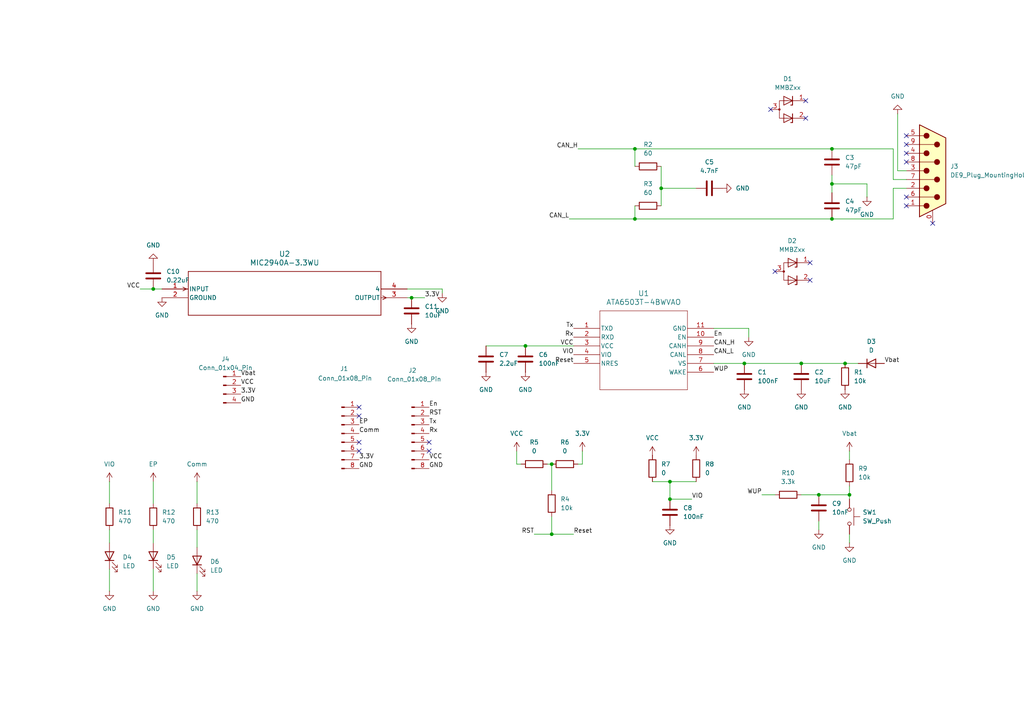
<source format=kicad_sch>
(kicad_sch
	(version 20231120)
	(generator "eeschema")
	(generator_version "8.0")
	(uuid "dbfad52c-de8e-4bd3-87e8-373cc3899468")
	(paper "A4")
	(lib_symbols
		(symbol "2024-12-29_11-17-09:ATA6503T-4BWVAO"
			(pin_names
				(offset 0.254)
			)
			(exclude_from_sim no)
			(in_bom yes)
			(on_board yes)
			(property "Reference" "U"
				(at 20.32 10.16 0)
				(effects
					(font
						(size 1.524 1.524)
					)
				)
			)
			(property "Value" "ATA6503T-4BWVAO"
				(at 20.32 7.62 0)
				(effects
					(font
						(size 1.524 1.524)
					)
				)
			)
			(property "Footprint" "VDFN10_4BW_2p3x1p7EP_MCH"
				(at 0 0 0)
				(effects
					(font
						(size 1.27 1.27)
						(italic yes)
					)
					(hide yes)
				)
			)
			(property "Datasheet" "ATA6503T-4BWVAO"
				(at 0 0 0)
				(effects
					(font
						(size 1.27 1.27)
						(italic yes)
					)
					(hide yes)
				)
			)
			(property "Description" ""
				(at 0 0 0)
				(effects
					(font
						(size 1.27 1.27)
					)
					(hide yes)
				)
			)
			(property "ki_locked" ""
				(at 0 0 0)
				(effects
					(font
						(size 1.27 1.27)
					)
				)
			)
			(property "ki_keywords" "ATA6503T-4BWVAO"
				(at 0 0 0)
				(effects
					(font
						(size 1.27 1.27)
					)
					(hide yes)
				)
			)
			(property "ki_fp_filters" "VDFN10_4BW_2p3x1p7EP_MCH VDFN10_4BW_2p3x1p7EP_MCH-M VDFN10_4BW_2p3x1p7EP_MCH-L"
				(at 0 0 0)
				(effects
					(font
						(size 1.27 1.27)
					)
					(hide yes)
				)
			)
			(symbol "ATA6503T-4BWVAO_0_1"
				(polyline
					(pts
						(xy 7.62 -17.78) (xy 33.02 -17.78)
					)
					(stroke
						(width 0.127)
						(type default)
					)
					(fill
						(type none)
					)
				)
				(polyline
					(pts
						(xy 7.62 5.08) (xy 7.62 -17.78)
					)
					(stroke
						(width 0.127)
						(type default)
					)
					(fill
						(type none)
					)
				)
				(polyline
					(pts
						(xy 33.02 -17.78) (xy 33.02 5.08)
					)
					(stroke
						(width 0.127)
						(type default)
					)
					(fill
						(type none)
					)
				)
				(polyline
					(pts
						(xy 33.02 5.08) (xy 7.62 5.08)
					)
					(stroke
						(width 0.127)
						(type default)
					)
					(fill
						(type none)
					)
				)
				(pin input line
					(at 0 0 0)
					(length 7.62)
					(name "TXD"
						(effects
							(font
								(size 1.27 1.27)
							)
						)
					)
					(number "1"
						(effects
							(font
								(size 1.27 1.27)
							)
						)
					)
				)
				(pin input line
					(at 40.64 -2.54 180)
					(length 7.62)
					(name "EN"
						(effects
							(font
								(size 1.27 1.27)
							)
						)
					)
					(number "10"
						(effects
							(font
								(size 1.27 1.27)
							)
						)
					)
				)
				(pin power_out line
					(at 40.64 0 180)
					(length 7.62)
					(name "GND"
						(effects
							(font
								(size 1.27 1.27)
							)
						)
					)
					(number "11"
						(effects
							(font
								(size 1.27 1.27)
							)
						)
					)
				)
				(pin output line
					(at 0 -2.54 0)
					(length 7.62)
					(name "RXD"
						(effects
							(font
								(size 1.27 1.27)
							)
						)
					)
					(number "2"
						(effects
							(font
								(size 1.27 1.27)
							)
						)
					)
				)
				(pin power_in line
					(at 0 -5.08 0)
					(length 7.62)
					(name "VCC"
						(effects
							(font
								(size 1.27 1.27)
							)
						)
					)
					(number "3"
						(effects
							(font
								(size 1.27 1.27)
							)
						)
					)
				)
				(pin power_in line
					(at 0 -7.62 0)
					(length 7.62)
					(name "VIO"
						(effects
							(font
								(size 1.27 1.27)
							)
						)
					)
					(number "4"
						(effects
							(font
								(size 1.27 1.27)
							)
						)
					)
				)
				(pin output line
					(at 0 -10.16 0)
					(length 7.62)
					(name "NRES"
						(effects
							(font
								(size 1.27 1.27)
							)
						)
					)
					(number "5"
						(effects
							(font
								(size 1.27 1.27)
							)
						)
					)
				)
				(pin input line
					(at 40.64 -12.7 180)
					(length 7.62)
					(name "WAKE"
						(effects
							(font
								(size 1.27 1.27)
							)
						)
					)
					(number "6"
						(effects
							(font
								(size 1.27 1.27)
							)
						)
					)
				)
				(pin power_in line
					(at 40.64 -10.16 180)
					(length 7.62)
					(name "VS"
						(effects
							(font
								(size 1.27 1.27)
							)
						)
					)
					(number "7"
						(effects
							(font
								(size 1.27 1.27)
							)
						)
					)
				)
				(pin bidirectional line
					(at 40.64 -7.62 180)
					(length 7.62)
					(name "CANL"
						(effects
							(font
								(size 1.27 1.27)
							)
						)
					)
					(number "8"
						(effects
							(font
								(size 1.27 1.27)
							)
						)
					)
				)
				(pin bidirectional line
					(at 40.64 -5.08 180)
					(length 7.62)
					(name "CANH"
						(effects
							(font
								(size 1.27 1.27)
							)
						)
					)
					(number "9"
						(effects
							(font
								(size 1.27 1.27)
							)
						)
					)
				)
			)
		)
		(symbol "2024-12-29_11-31-14:MIC2940A-3.3WU"
			(pin_names
				(offset 0.254)
			)
			(exclude_from_sim no)
			(in_bom yes)
			(on_board yes)
			(property "Reference" "U"
				(at 35.56 10.16 0)
				(effects
					(font
						(size 1.524 1.524)
					)
				)
			)
			(property "Value" "MIC2940A-3.3WU"
				(at 35.56 7.62 0)
				(effects
					(font
						(size 1.524 1.524)
					)
				)
			)
			(property "Footprint" "TO-263-3_MCL"
				(at 0 0 0)
				(effects
					(font
						(size 1.27 1.27)
						(italic yes)
					)
					(hide yes)
				)
			)
			(property "Datasheet" "MIC2940A-3.3WU"
				(at 0 0 0)
				(effects
					(font
						(size 1.27 1.27)
						(italic yes)
					)
					(hide yes)
				)
			)
			(property "Description" ""
				(at 0 0 0)
				(effects
					(font
						(size 1.27 1.27)
					)
					(hide yes)
				)
			)
			(property "ki_locked" ""
				(at 0 0 0)
				(effects
					(font
						(size 1.27 1.27)
					)
				)
			)
			(property "ki_keywords" "MIC2940A-3.3WU"
				(at 0 0 0)
				(effects
					(font
						(size 1.27 1.27)
					)
					(hide yes)
				)
			)
			(property "ki_fp_filters" "TO-263-3_MCL TO-263-3_MCL-M TO-263-3_MCL-L"
				(at 0 0 0)
				(effects
					(font
						(size 1.27 1.27)
					)
					(hide yes)
				)
			)
			(symbol "MIC2940A-3.3WU_0_1"
				(polyline
					(pts
						(xy 7.0993 0) (xy 6.0579 -0.5207)
					)
					(stroke
						(width 0.2032)
						(type default)
					)
					(fill
						(type none)
					)
				)
				(polyline
					(pts
						(xy 7.0993 0) (xy 6.0579 0.5207)
					)
					(stroke
						(width 0.2032)
						(type default)
					)
					(fill
						(type none)
					)
				)
				(polyline
					(pts
						(xy 7.62 -7.62) (xy 63.5 -7.62)
					)
					(stroke
						(width 0.2032)
						(type default)
					)
					(fill
						(type none)
					)
				)
				(polyline
					(pts
						(xy 7.62 5.08) (xy 7.62 -7.62)
					)
					(stroke
						(width 0.2032)
						(type default)
					)
					(fill
						(type none)
					)
				)
				(polyline
					(pts
						(xy 63.5 -7.62) (xy 63.5 5.08)
					)
					(stroke
						(width 0.2032)
						(type default)
					)
					(fill
						(type none)
					)
				)
				(polyline
					(pts
						(xy 63.5 5.08) (xy 7.62 5.08)
					)
					(stroke
						(width 0.2032)
						(type default)
					)
					(fill
						(type none)
					)
				)
				(polyline
					(pts
						(xy 64.0207 -3.0607) (xy 65.0621 -2.54)
					)
					(stroke
						(width 0.2032)
						(type default)
					)
					(fill
						(type none)
					)
				)
				(polyline
					(pts
						(xy 64.0207 -2.0193) (xy 65.0621 -2.54)
					)
					(stroke
						(width 0.2032)
						(type default)
					)
					(fill
						(type none)
					)
				)
				(pin input line
					(at 0 0 0)
					(length 7.62)
					(name "INPUT"
						(effects
							(font
								(size 1.27 1.27)
							)
						)
					)
					(number "1"
						(effects
							(font
								(size 1.27 1.27)
							)
						)
					)
				)
				(pin power_in line
					(at 0 -2.54 0)
					(length 7.62)
					(name "GROUND"
						(effects
							(font
								(size 1.27 1.27)
							)
						)
					)
					(number "2"
						(effects
							(font
								(size 1.27 1.27)
							)
						)
					)
				)
				(pin output line
					(at 71.12 -2.54 180)
					(length 7.62)
					(name "OUTPUT"
						(effects
							(font
								(size 1.27 1.27)
							)
						)
					)
					(number "3"
						(effects
							(font
								(size 1.27 1.27)
							)
						)
					)
				)
				(pin unspecified line
					(at 71.12 0 180)
					(length 7.62)
					(name "4"
						(effects
							(font
								(size 1.27 1.27)
							)
						)
					)
					(number "4"
						(effects
							(font
								(size 1.27 1.27)
							)
						)
					)
				)
			)
		)
		(symbol "Connector:Conn_01x04_Pin"
			(pin_names
				(offset 1.016) hide)
			(exclude_from_sim no)
			(in_bom yes)
			(on_board yes)
			(property "Reference" "J"
				(at 0 5.08 0)
				(effects
					(font
						(size 1.27 1.27)
					)
				)
			)
			(property "Value" "Conn_01x04_Pin"
				(at 0 -7.62 0)
				(effects
					(font
						(size 1.27 1.27)
					)
				)
			)
			(property "Footprint" ""
				(at 0 0 0)
				(effects
					(font
						(size 1.27 1.27)
					)
					(hide yes)
				)
			)
			(property "Datasheet" "~"
				(at 0 0 0)
				(effects
					(font
						(size 1.27 1.27)
					)
					(hide yes)
				)
			)
			(property "Description" "Generic connector, single row, 01x04, script generated"
				(at 0 0 0)
				(effects
					(font
						(size 1.27 1.27)
					)
					(hide yes)
				)
			)
			(property "ki_locked" ""
				(at 0 0 0)
				(effects
					(font
						(size 1.27 1.27)
					)
				)
			)
			(property "ki_keywords" "connector"
				(at 0 0 0)
				(effects
					(font
						(size 1.27 1.27)
					)
					(hide yes)
				)
			)
			(property "ki_fp_filters" "Connector*:*_1x??_*"
				(at 0 0 0)
				(effects
					(font
						(size 1.27 1.27)
					)
					(hide yes)
				)
			)
			(symbol "Conn_01x04_Pin_1_1"
				(polyline
					(pts
						(xy 1.27 -5.08) (xy 0.8636 -5.08)
					)
					(stroke
						(width 0.1524)
						(type default)
					)
					(fill
						(type none)
					)
				)
				(polyline
					(pts
						(xy 1.27 -2.54) (xy 0.8636 -2.54)
					)
					(stroke
						(width 0.1524)
						(type default)
					)
					(fill
						(type none)
					)
				)
				(polyline
					(pts
						(xy 1.27 0) (xy 0.8636 0)
					)
					(stroke
						(width 0.1524)
						(type default)
					)
					(fill
						(type none)
					)
				)
				(polyline
					(pts
						(xy 1.27 2.54) (xy 0.8636 2.54)
					)
					(stroke
						(width 0.1524)
						(type default)
					)
					(fill
						(type none)
					)
				)
				(rectangle
					(start 0.8636 -4.953)
					(end 0 -5.207)
					(stroke
						(width 0.1524)
						(type default)
					)
					(fill
						(type outline)
					)
				)
				(rectangle
					(start 0.8636 -2.413)
					(end 0 -2.667)
					(stroke
						(width 0.1524)
						(type default)
					)
					(fill
						(type outline)
					)
				)
				(rectangle
					(start 0.8636 0.127)
					(end 0 -0.127)
					(stroke
						(width 0.1524)
						(type default)
					)
					(fill
						(type outline)
					)
				)
				(rectangle
					(start 0.8636 2.667)
					(end 0 2.413)
					(stroke
						(width 0.1524)
						(type default)
					)
					(fill
						(type outline)
					)
				)
				(pin passive line
					(at 5.08 2.54 180)
					(length 3.81)
					(name "Pin_1"
						(effects
							(font
								(size 1.27 1.27)
							)
						)
					)
					(number "1"
						(effects
							(font
								(size 1.27 1.27)
							)
						)
					)
				)
				(pin passive line
					(at 5.08 0 180)
					(length 3.81)
					(name "Pin_2"
						(effects
							(font
								(size 1.27 1.27)
							)
						)
					)
					(number "2"
						(effects
							(font
								(size 1.27 1.27)
							)
						)
					)
				)
				(pin passive line
					(at 5.08 -2.54 180)
					(length 3.81)
					(name "Pin_3"
						(effects
							(font
								(size 1.27 1.27)
							)
						)
					)
					(number "3"
						(effects
							(font
								(size 1.27 1.27)
							)
						)
					)
				)
				(pin passive line
					(at 5.08 -5.08 180)
					(length 3.81)
					(name "Pin_4"
						(effects
							(font
								(size 1.27 1.27)
							)
						)
					)
					(number "4"
						(effects
							(font
								(size 1.27 1.27)
							)
						)
					)
				)
			)
		)
		(symbol "Connector:Conn_01x08_Pin"
			(pin_names
				(offset 1.016) hide)
			(exclude_from_sim no)
			(in_bom yes)
			(on_board yes)
			(property "Reference" "J"
				(at 0 10.16 0)
				(effects
					(font
						(size 1.27 1.27)
					)
				)
			)
			(property "Value" "Conn_01x08_Pin"
				(at 0 -12.7 0)
				(effects
					(font
						(size 1.27 1.27)
					)
				)
			)
			(property "Footprint" ""
				(at 0 0 0)
				(effects
					(font
						(size 1.27 1.27)
					)
					(hide yes)
				)
			)
			(property "Datasheet" "~"
				(at 0 0 0)
				(effects
					(font
						(size 1.27 1.27)
					)
					(hide yes)
				)
			)
			(property "Description" "Generic connector, single row, 01x08, script generated"
				(at 0 0 0)
				(effects
					(font
						(size 1.27 1.27)
					)
					(hide yes)
				)
			)
			(property "ki_locked" ""
				(at 0 0 0)
				(effects
					(font
						(size 1.27 1.27)
					)
				)
			)
			(property "ki_keywords" "connector"
				(at 0 0 0)
				(effects
					(font
						(size 1.27 1.27)
					)
					(hide yes)
				)
			)
			(property "ki_fp_filters" "Connector*:*_1x??_*"
				(at 0 0 0)
				(effects
					(font
						(size 1.27 1.27)
					)
					(hide yes)
				)
			)
			(symbol "Conn_01x08_Pin_1_1"
				(polyline
					(pts
						(xy 1.27 -10.16) (xy 0.8636 -10.16)
					)
					(stroke
						(width 0.1524)
						(type default)
					)
					(fill
						(type none)
					)
				)
				(polyline
					(pts
						(xy 1.27 -7.62) (xy 0.8636 -7.62)
					)
					(stroke
						(width 0.1524)
						(type default)
					)
					(fill
						(type none)
					)
				)
				(polyline
					(pts
						(xy 1.27 -5.08) (xy 0.8636 -5.08)
					)
					(stroke
						(width 0.1524)
						(type default)
					)
					(fill
						(type none)
					)
				)
				(polyline
					(pts
						(xy 1.27 -2.54) (xy 0.8636 -2.54)
					)
					(stroke
						(width 0.1524)
						(type default)
					)
					(fill
						(type none)
					)
				)
				(polyline
					(pts
						(xy 1.27 0) (xy 0.8636 0)
					)
					(stroke
						(width 0.1524)
						(type default)
					)
					(fill
						(type none)
					)
				)
				(polyline
					(pts
						(xy 1.27 2.54) (xy 0.8636 2.54)
					)
					(stroke
						(width 0.1524)
						(type default)
					)
					(fill
						(type none)
					)
				)
				(polyline
					(pts
						(xy 1.27 5.08) (xy 0.8636 5.08)
					)
					(stroke
						(width 0.1524)
						(type default)
					)
					(fill
						(type none)
					)
				)
				(polyline
					(pts
						(xy 1.27 7.62) (xy 0.8636 7.62)
					)
					(stroke
						(width 0.1524)
						(type default)
					)
					(fill
						(type none)
					)
				)
				(rectangle
					(start 0.8636 -10.033)
					(end 0 -10.287)
					(stroke
						(width 0.1524)
						(type default)
					)
					(fill
						(type outline)
					)
				)
				(rectangle
					(start 0.8636 -7.493)
					(end 0 -7.747)
					(stroke
						(width 0.1524)
						(type default)
					)
					(fill
						(type outline)
					)
				)
				(rectangle
					(start 0.8636 -4.953)
					(end 0 -5.207)
					(stroke
						(width 0.1524)
						(type default)
					)
					(fill
						(type outline)
					)
				)
				(rectangle
					(start 0.8636 -2.413)
					(end 0 -2.667)
					(stroke
						(width 0.1524)
						(type default)
					)
					(fill
						(type outline)
					)
				)
				(rectangle
					(start 0.8636 0.127)
					(end 0 -0.127)
					(stroke
						(width 0.1524)
						(type default)
					)
					(fill
						(type outline)
					)
				)
				(rectangle
					(start 0.8636 2.667)
					(end 0 2.413)
					(stroke
						(width 0.1524)
						(type default)
					)
					(fill
						(type outline)
					)
				)
				(rectangle
					(start 0.8636 5.207)
					(end 0 4.953)
					(stroke
						(width 0.1524)
						(type default)
					)
					(fill
						(type outline)
					)
				)
				(rectangle
					(start 0.8636 7.747)
					(end 0 7.493)
					(stroke
						(width 0.1524)
						(type default)
					)
					(fill
						(type outline)
					)
				)
				(pin passive line
					(at 5.08 7.62 180)
					(length 3.81)
					(name "Pin_1"
						(effects
							(font
								(size 1.27 1.27)
							)
						)
					)
					(number "1"
						(effects
							(font
								(size 1.27 1.27)
							)
						)
					)
				)
				(pin passive line
					(at 5.08 5.08 180)
					(length 3.81)
					(name "Pin_2"
						(effects
							(font
								(size 1.27 1.27)
							)
						)
					)
					(number "2"
						(effects
							(font
								(size 1.27 1.27)
							)
						)
					)
				)
				(pin passive line
					(at 5.08 2.54 180)
					(length 3.81)
					(name "Pin_3"
						(effects
							(font
								(size 1.27 1.27)
							)
						)
					)
					(number "3"
						(effects
							(font
								(size 1.27 1.27)
							)
						)
					)
				)
				(pin passive line
					(at 5.08 0 180)
					(length 3.81)
					(name "Pin_4"
						(effects
							(font
								(size 1.27 1.27)
							)
						)
					)
					(number "4"
						(effects
							(font
								(size 1.27 1.27)
							)
						)
					)
				)
				(pin passive line
					(at 5.08 -2.54 180)
					(length 3.81)
					(name "Pin_5"
						(effects
							(font
								(size 1.27 1.27)
							)
						)
					)
					(number "5"
						(effects
							(font
								(size 1.27 1.27)
							)
						)
					)
				)
				(pin passive line
					(at 5.08 -5.08 180)
					(length 3.81)
					(name "Pin_6"
						(effects
							(font
								(size 1.27 1.27)
							)
						)
					)
					(number "6"
						(effects
							(font
								(size 1.27 1.27)
							)
						)
					)
				)
				(pin passive line
					(at 5.08 -7.62 180)
					(length 3.81)
					(name "Pin_7"
						(effects
							(font
								(size 1.27 1.27)
							)
						)
					)
					(number "7"
						(effects
							(font
								(size 1.27 1.27)
							)
						)
					)
				)
				(pin passive line
					(at 5.08 -10.16 180)
					(length 3.81)
					(name "Pin_8"
						(effects
							(font
								(size 1.27 1.27)
							)
						)
					)
					(number "8"
						(effects
							(font
								(size 1.27 1.27)
							)
						)
					)
				)
			)
		)
		(symbol "Connector:DE9_Plug_MountingHoles"
			(pin_names
				(offset 1.016) hide)
			(exclude_from_sim no)
			(in_bom yes)
			(on_board yes)
			(property "Reference" "J"
				(at 0 16.51 0)
				(effects
					(font
						(size 1.27 1.27)
					)
				)
			)
			(property "Value" "DE9_Plug_MountingHoles"
				(at 0 14.605 0)
				(effects
					(font
						(size 1.27 1.27)
					)
				)
			)
			(property "Footprint" ""
				(at 0 0 0)
				(effects
					(font
						(size 1.27 1.27)
					)
					(hide yes)
				)
			)
			(property "Datasheet" " ~"
				(at 0 0 0)
				(effects
					(font
						(size 1.27 1.27)
					)
					(hide yes)
				)
			)
			(property "Description" "9-pin male plug pin D-SUB connector, Mounting Hole"
				(at 0 0 0)
				(effects
					(font
						(size 1.27 1.27)
					)
					(hide yes)
				)
			)
			(property "ki_keywords" "connector plug male D-SUB DB9"
				(at 0 0 0)
				(effects
					(font
						(size 1.27 1.27)
					)
					(hide yes)
				)
			)
			(property "ki_fp_filters" "DSUB*Male*"
				(at 0 0 0)
				(effects
					(font
						(size 1.27 1.27)
					)
					(hide yes)
				)
			)
			(symbol "DE9_Plug_MountingHoles_0_1"
				(circle
					(center -1.778 -10.16)
					(radius 0.762)
					(stroke
						(width 0)
						(type default)
					)
					(fill
						(type outline)
					)
				)
				(circle
					(center -1.778 -5.08)
					(radius 0.762)
					(stroke
						(width 0)
						(type default)
					)
					(fill
						(type outline)
					)
				)
				(circle
					(center -1.778 0)
					(radius 0.762)
					(stroke
						(width 0)
						(type default)
					)
					(fill
						(type outline)
					)
				)
				(circle
					(center -1.778 5.08)
					(radius 0.762)
					(stroke
						(width 0)
						(type default)
					)
					(fill
						(type outline)
					)
				)
				(circle
					(center -1.778 10.16)
					(radius 0.762)
					(stroke
						(width 0)
						(type default)
					)
					(fill
						(type outline)
					)
				)
				(polyline
					(pts
						(xy -3.81 -10.16) (xy -2.54 -10.16)
					)
					(stroke
						(width 0)
						(type default)
					)
					(fill
						(type none)
					)
				)
				(polyline
					(pts
						(xy -3.81 -7.62) (xy 0.508 -7.62)
					)
					(stroke
						(width 0)
						(type default)
					)
					(fill
						(type none)
					)
				)
				(polyline
					(pts
						(xy -3.81 -5.08) (xy -2.54 -5.08)
					)
					(stroke
						(width 0)
						(type default)
					)
					(fill
						(type none)
					)
				)
				(polyline
					(pts
						(xy -3.81 -2.54) (xy 0.508 -2.54)
					)
					(stroke
						(width 0)
						(type default)
					)
					(fill
						(type none)
					)
				)
				(polyline
					(pts
						(xy -3.81 0) (xy -2.54 0)
					)
					(stroke
						(width 0)
						(type default)
					)
					(fill
						(type none)
					)
				)
				(polyline
					(pts
						(xy -3.81 2.54) (xy 0.508 2.54)
					)
					(stroke
						(width 0)
						(type default)
					)
					(fill
						(type none)
					)
				)
				(polyline
					(pts
						(xy -3.81 5.08) (xy -2.54 5.08)
					)
					(stroke
						(width 0)
						(type default)
					)
					(fill
						(type none)
					)
				)
				(polyline
					(pts
						(xy -3.81 7.62) (xy 0.508 7.62)
					)
					(stroke
						(width 0)
						(type default)
					)
					(fill
						(type none)
					)
				)
				(polyline
					(pts
						(xy -3.81 10.16) (xy -2.54 10.16)
					)
					(stroke
						(width 0)
						(type default)
					)
					(fill
						(type none)
					)
				)
				(polyline
					(pts
						(xy -3.81 -13.335) (xy -3.81 13.335) (xy 3.81 9.525) (xy 3.81 -9.525) (xy -3.81 -13.335)
					)
					(stroke
						(width 0.254)
						(type default)
					)
					(fill
						(type background)
					)
				)
				(circle
					(center 1.27 -7.62)
					(radius 0.762)
					(stroke
						(width 0)
						(type default)
					)
					(fill
						(type outline)
					)
				)
				(circle
					(center 1.27 -2.54)
					(radius 0.762)
					(stroke
						(width 0)
						(type default)
					)
					(fill
						(type outline)
					)
				)
				(circle
					(center 1.27 2.54)
					(radius 0.762)
					(stroke
						(width 0)
						(type default)
					)
					(fill
						(type outline)
					)
				)
				(circle
					(center 1.27 7.62)
					(radius 0.762)
					(stroke
						(width 0)
						(type default)
					)
					(fill
						(type outline)
					)
				)
			)
			(symbol "DE9_Plug_MountingHoles_1_1"
				(pin passive line
					(at 0 -15.24 90)
					(length 3.81)
					(name "PAD"
						(effects
							(font
								(size 1.27 1.27)
							)
						)
					)
					(number "0"
						(effects
							(font
								(size 1.27 1.27)
							)
						)
					)
				)
				(pin passive line
					(at -7.62 -10.16 0)
					(length 3.81)
					(name "1"
						(effects
							(font
								(size 1.27 1.27)
							)
						)
					)
					(number "1"
						(effects
							(font
								(size 1.27 1.27)
							)
						)
					)
				)
				(pin passive line
					(at -7.62 -5.08 0)
					(length 3.81)
					(name "2"
						(effects
							(font
								(size 1.27 1.27)
							)
						)
					)
					(number "2"
						(effects
							(font
								(size 1.27 1.27)
							)
						)
					)
				)
				(pin passive line
					(at -7.62 0 0)
					(length 3.81)
					(name "3"
						(effects
							(font
								(size 1.27 1.27)
							)
						)
					)
					(number "3"
						(effects
							(font
								(size 1.27 1.27)
							)
						)
					)
				)
				(pin passive line
					(at -7.62 5.08 0)
					(length 3.81)
					(name "4"
						(effects
							(font
								(size 1.27 1.27)
							)
						)
					)
					(number "4"
						(effects
							(font
								(size 1.27 1.27)
							)
						)
					)
				)
				(pin passive line
					(at -7.62 10.16 0)
					(length 3.81)
					(name "5"
						(effects
							(font
								(size 1.27 1.27)
							)
						)
					)
					(number "5"
						(effects
							(font
								(size 1.27 1.27)
							)
						)
					)
				)
				(pin passive line
					(at -7.62 -7.62 0)
					(length 3.81)
					(name "6"
						(effects
							(font
								(size 1.27 1.27)
							)
						)
					)
					(number "6"
						(effects
							(font
								(size 1.27 1.27)
							)
						)
					)
				)
				(pin passive line
					(at -7.62 -2.54 0)
					(length 3.81)
					(name "7"
						(effects
							(font
								(size 1.27 1.27)
							)
						)
					)
					(number "7"
						(effects
							(font
								(size 1.27 1.27)
							)
						)
					)
				)
				(pin passive line
					(at -7.62 2.54 0)
					(length 3.81)
					(name "8"
						(effects
							(font
								(size 1.27 1.27)
							)
						)
					)
					(number "8"
						(effects
							(font
								(size 1.27 1.27)
							)
						)
					)
				)
				(pin passive line
					(at -7.62 7.62 0)
					(length 3.81)
					(name "9"
						(effects
							(font
								(size 1.27 1.27)
							)
						)
					)
					(number "9"
						(effects
							(font
								(size 1.27 1.27)
							)
						)
					)
				)
			)
		)
		(symbol "Device:C"
			(pin_numbers hide)
			(pin_names
				(offset 0.254)
			)
			(exclude_from_sim no)
			(in_bom yes)
			(on_board yes)
			(property "Reference" "C"
				(at 0.635 2.54 0)
				(effects
					(font
						(size 1.27 1.27)
					)
					(justify left)
				)
			)
			(property "Value" "C"
				(at 0.635 -2.54 0)
				(effects
					(font
						(size 1.27 1.27)
					)
					(justify left)
				)
			)
			(property "Footprint" ""
				(at 0.9652 -3.81 0)
				(effects
					(font
						(size 1.27 1.27)
					)
					(hide yes)
				)
			)
			(property "Datasheet" "~"
				(at 0 0 0)
				(effects
					(font
						(size 1.27 1.27)
					)
					(hide yes)
				)
			)
			(property "Description" "Unpolarized capacitor"
				(at 0 0 0)
				(effects
					(font
						(size 1.27 1.27)
					)
					(hide yes)
				)
			)
			(property "ki_keywords" "cap capacitor"
				(at 0 0 0)
				(effects
					(font
						(size 1.27 1.27)
					)
					(hide yes)
				)
			)
			(property "ki_fp_filters" "C_*"
				(at 0 0 0)
				(effects
					(font
						(size 1.27 1.27)
					)
					(hide yes)
				)
			)
			(symbol "C_0_1"
				(polyline
					(pts
						(xy -2.032 -0.762) (xy 2.032 -0.762)
					)
					(stroke
						(width 0.508)
						(type default)
					)
					(fill
						(type none)
					)
				)
				(polyline
					(pts
						(xy -2.032 0.762) (xy 2.032 0.762)
					)
					(stroke
						(width 0.508)
						(type default)
					)
					(fill
						(type none)
					)
				)
			)
			(symbol "C_1_1"
				(pin passive line
					(at 0 3.81 270)
					(length 2.794)
					(name "~"
						(effects
							(font
								(size 1.27 1.27)
							)
						)
					)
					(number "1"
						(effects
							(font
								(size 1.27 1.27)
							)
						)
					)
				)
				(pin passive line
					(at 0 -3.81 90)
					(length 2.794)
					(name "~"
						(effects
							(font
								(size 1.27 1.27)
							)
						)
					)
					(number "2"
						(effects
							(font
								(size 1.27 1.27)
							)
						)
					)
				)
			)
		)
		(symbol "Device:D"
			(pin_numbers hide)
			(pin_names
				(offset 1.016) hide)
			(exclude_from_sim no)
			(in_bom yes)
			(on_board yes)
			(property "Reference" "D"
				(at 0 2.54 0)
				(effects
					(font
						(size 1.27 1.27)
					)
				)
			)
			(property "Value" "D"
				(at 0 -2.54 0)
				(effects
					(font
						(size 1.27 1.27)
					)
				)
			)
			(property "Footprint" ""
				(at 0 0 0)
				(effects
					(font
						(size 1.27 1.27)
					)
					(hide yes)
				)
			)
			(property "Datasheet" "~"
				(at 0 0 0)
				(effects
					(font
						(size 1.27 1.27)
					)
					(hide yes)
				)
			)
			(property "Description" "Diode"
				(at 0 0 0)
				(effects
					(font
						(size 1.27 1.27)
					)
					(hide yes)
				)
			)
			(property "Sim.Device" "D"
				(at 0 0 0)
				(effects
					(font
						(size 1.27 1.27)
					)
					(hide yes)
				)
			)
			(property "Sim.Pins" "1=K 2=A"
				(at 0 0 0)
				(effects
					(font
						(size 1.27 1.27)
					)
					(hide yes)
				)
			)
			(property "ki_keywords" "diode"
				(at 0 0 0)
				(effects
					(font
						(size 1.27 1.27)
					)
					(hide yes)
				)
			)
			(property "ki_fp_filters" "TO-???* *_Diode_* *SingleDiode* D_*"
				(at 0 0 0)
				(effects
					(font
						(size 1.27 1.27)
					)
					(hide yes)
				)
			)
			(symbol "D_0_1"
				(polyline
					(pts
						(xy -1.27 1.27) (xy -1.27 -1.27)
					)
					(stroke
						(width 0.254)
						(type default)
					)
					(fill
						(type none)
					)
				)
				(polyline
					(pts
						(xy 1.27 0) (xy -1.27 0)
					)
					(stroke
						(width 0)
						(type default)
					)
					(fill
						(type none)
					)
				)
				(polyline
					(pts
						(xy 1.27 1.27) (xy 1.27 -1.27) (xy -1.27 0) (xy 1.27 1.27)
					)
					(stroke
						(width 0.254)
						(type default)
					)
					(fill
						(type none)
					)
				)
			)
			(symbol "D_1_1"
				(pin passive line
					(at -3.81 0 0)
					(length 2.54)
					(name "K"
						(effects
							(font
								(size 1.27 1.27)
							)
						)
					)
					(number "1"
						(effects
							(font
								(size 1.27 1.27)
							)
						)
					)
				)
				(pin passive line
					(at 3.81 0 180)
					(length 2.54)
					(name "A"
						(effects
							(font
								(size 1.27 1.27)
							)
						)
					)
					(number "2"
						(effects
							(font
								(size 1.27 1.27)
							)
						)
					)
				)
			)
		)
		(symbol "Device:LED"
			(pin_numbers hide)
			(pin_names
				(offset 1.016) hide)
			(exclude_from_sim no)
			(in_bom yes)
			(on_board yes)
			(property "Reference" "D"
				(at 0 2.54 0)
				(effects
					(font
						(size 1.27 1.27)
					)
				)
			)
			(property "Value" "LED"
				(at 0 -2.54 0)
				(effects
					(font
						(size 1.27 1.27)
					)
				)
			)
			(property "Footprint" ""
				(at 0 0 0)
				(effects
					(font
						(size 1.27 1.27)
					)
					(hide yes)
				)
			)
			(property "Datasheet" "~"
				(at 0 0 0)
				(effects
					(font
						(size 1.27 1.27)
					)
					(hide yes)
				)
			)
			(property "Description" "Light emitting diode"
				(at 0 0 0)
				(effects
					(font
						(size 1.27 1.27)
					)
					(hide yes)
				)
			)
			(property "ki_keywords" "LED diode"
				(at 0 0 0)
				(effects
					(font
						(size 1.27 1.27)
					)
					(hide yes)
				)
			)
			(property "ki_fp_filters" "LED* LED_SMD:* LED_THT:*"
				(at 0 0 0)
				(effects
					(font
						(size 1.27 1.27)
					)
					(hide yes)
				)
			)
			(symbol "LED_0_1"
				(polyline
					(pts
						(xy -1.27 -1.27) (xy -1.27 1.27)
					)
					(stroke
						(width 0.254)
						(type default)
					)
					(fill
						(type none)
					)
				)
				(polyline
					(pts
						(xy -1.27 0) (xy 1.27 0)
					)
					(stroke
						(width 0)
						(type default)
					)
					(fill
						(type none)
					)
				)
				(polyline
					(pts
						(xy 1.27 -1.27) (xy 1.27 1.27) (xy -1.27 0) (xy 1.27 -1.27)
					)
					(stroke
						(width 0.254)
						(type default)
					)
					(fill
						(type none)
					)
				)
				(polyline
					(pts
						(xy -3.048 -0.762) (xy -4.572 -2.286) (xy -3.81 -2.286) (xy -4.572 -2.286) (xy -4.572 -1.524)
					)
					(stroke
						(width 0)
						(type default)
					)
					(fill
						(type none)
					)
				)
				(polyline
					(pts
						(xy -1.778 -0.762) (xy -3.302 -2.286) (xy -2.54 -2.286) (xy -3.302 -2.286) (xy -3.302 -1.524)
					)
					(stroke
						(width 0)
						(type default)
					)
					(fill
						(type none)
					)
				)
			)
			(symbol "LED_1_1"
				(pin passive line
					(at -3.81 0 0)
					(length 2.54)
					(name "K"
						(effects
							(font
								(size 1.27 1.27)
							)
						)
					)
					(number "1"
						(effects
							(font
								(size 1.27 1.27)
							)
						)
					)
				)
				(pin passive line
					(at 3.81 0 180)
					(length 2.54)
					(name "A"
						(effects
							(font
								(size 1.27 1.27)
							)
						)
					)
					(number "2"
						(effects
							(font
								(size 1.27 1.27)
							)
						)
					)
				)
			)
		)
		(symbol "Device:R"
			(pin_numbers hide)
			(pin_names
				(offset 0)
			)
			(exclude_from_sim no)
			(in_bom yes)
			(on_board yes)
			(property "Reference" "R"
				(at 2.032 0 90)
				(effects
					(font
						(size 1.27 1.27)
					)
				)
			)
			(property "Value" "R"
				(at 0 0 90)
				(effects
					(font
						(size 1.27 1.27)
					)
				)
			)
			(property "Footprint" ""
				(at -1.778 0 90)
				(effects
					(font
						(size 1.27 1.27)
					)
					(hide yes)
				)
			)
			(property "Datasheet" "~"
				(at 0 0 0)
				(effects
					(font
						(size 1.27 1.27)
					)
					(hide yes)
				)
			)
			(property "Description" "Resistor"
				(at 0 0 0)
				(effects
					(font
						(size 1.27 1.27)
					)
					(hide yes)
				)
			)
			(property "ki_keywords" "R res resistor"
				(at 0 0 0)
				(effects
					(font
						(size 1.27 1.27)
					)
					(hide yes)
				)
			)
			(property "ki_fp_filters" "R_*"
				(at 0 0 0)
				(effects
					(font
						(size 1.27 1.27)
					)
					(hide yes)
				)
			)
			(symbol "R_0_1"
				(rectangle
					(start -1.016 -2.54)
					(end 1.016 2.54)
					(stroke
						(width 0.254)
						(type default)
					)
					(fill
						(type none)
					)
				)
			)
			(symbol "R_1_1"
				(pin passive line
					(at 0 3.81 270)
					(length 1.27)
					(name "~"
						(effects
							(font
								(size 1.27 1.27)
							)
						)
					)
					(number "1"
						(effects
							(font
								(size 1.27 1.27)
							)
						)
					)
				)
				(pin passive line
					(at 0 -3.81 90)
					(length 1.27)
					(name "~"
						(effects
							(font
								(size 1.27 1.27)
							)
						)
					)
					(number "2"
						(effects
							(font
								(size 1.27 1.27)
							)
						)
					)
				)
			)
		)
		(symbol "Diode:MMBZxx"
			(pin_names
				(offset 1.016) hide)
			(exclude_from_sim no)
			(in_bom yes)
			(on_board yes)
			(property "Reference" "D"
				(at 3.81 2.54 0)
				(effects
					(font
						(size 1.27 1.27)
					)
					(justify left)
				)
			)
			(property "Value" "MMBZxx"
				(at 3.81 0 0)
				(effects
					(font
						(size 1.27 1.27)
					)
					(justify left)
				)
			)
			(property "Footprint" "Package_TO_SOT_SMD:SOT-23"
				(at 3.81 -2.54 0)
				(effects
					(font
						(size 1.27 1.27)
					)
					(justify left)
					(hide yes)
				)
			)
			(property "Datasheet" "http://www.onsemi.com/pub/Collateral/MMBZ5V6ALT1-D.PDF"
				(at -2.54 0 90)
				(effects
					(font
						(size 1.27 1.27)
					)
					(hide yes)
				)
			)
			(property "Description" "Double Zener Diode, Common Anode, 225mW, SOT-23"
				(at 0 0 0)
				(effects
					(font
						(size 1.27 1.27)
					)
					(hide yes)
				)
			)
			(property "ki_keywords" "dual zener diode"
				(at 0 0 0)
				(effects
					(font
						(size 1.27 1.27)
					)
					(hide yes)
				)
			)
			(property "ki_fp_filters" "SOT?23*"
				(at 0 0 0)
				(effects
					(font
						(size 1.27 1.27)
					)
					(hide yes)
				)
			)
			(symbol "MMBZxx_0_1"
				(circle
					(center 0 -2.54)
					(radius 0.254)
					(stroke
						(width 0)
						(type default)
					)
					(fill
						(type outline)
					)
				)
				(polyline
					(pts
						(xy -2.54 -1.27) (xy -2.54 2.54)
					)
					(stroke
						(width 0)
						(type default)
					)
					(fill
						(type none)
					)
				)
				(polyline
					(pts
						(xy 2.54 -1.27) (xy 2.54 2.54)
					)
					(stroke
						(width 0)
						(type default)
					)
					(fill
						(type none)
					)
				)
				(polyline
					(pts
						(xy -3.81 1.27) (xy -1.27 1.27) (xy -1.27 0.762)
					)
					(stroke
						(width 0.254)
						(type default)
					)
					(fill
						(type none)
					)
				)
				(polyline
					(pts
						(xy 1.27 1.27) (xy 3.81 1.27) (xy 3.81 0.762)
					)
					(stroke
						(width 0.254)
						(type default)
					)
					(fill
						(type none)
					)
				)
				(polyline
					(pts
						(xy -2.54 0) (xy -2.54 -2.54) (xy 2.54 -2.54) (xy 2.54 0)
					)
					(stroke
						(width 0)
						(type default)
					)
					(fill
						(type none)
					)
				)
			)
			(symbol "MMBZxx_1_1"
				(polyline
					(pts
						(xy -3.81 -1.27) (xy -1.27 -1.27) (xy -2.54 1.27) (xy -3.81 -1.27)
					)
					(stroke
						(width 0.2032)
						(type default)
					)
					(fill
						(type none)
					)
				)
				(polyline
					(pts
						(xy 1.27 -1.27) (xy 3.81 -1.27) (xy 2.54 1.27) (xy 1.27 -1.27)
					)
					(stroke
						(width 0.2032)
						(type default)
					)
					(fill
						(type none)
					)
				)
				(pin passive line
					(at -2.54 5.08 270)
					(length 2.54)
					(name "K"
						(effects
							(font
								(size 1.27 1.27)
							)
						)
					)
					(number "1"
						(effects
							(font
								(size 1.27 1.27)
							)
						)
					)
				)
				(pin passive line
					(at 2.54 5.08 270)
					(length 2.54)
					(name "K"
						(effects
							(font
								(size 1.27 1.27)
							)
						)
					)
					(number "2"
						(effects
							(font
								(size 1.27 1.27)
							)
						)
					)
				)
				(pin passive line
					(at 0 -5.08 90)
					(length 2.54)
					(name "A"
						(effects
							(font
								(size 1.27 1.27)
							)
						)
					)
					(number "3"
						(effects
							(font
								(size 1.27 1.27)
							)
						)
					)
				)
			)
		)
		(symbol "Switch:SW_Push"
			(pin_numbers hide)
			(pin_names
				(offset 1.016) hide)
			(exclude_from_sim no)
			(in_bom yes)
			(on_board yes)
			(property "Reference" "SW"
				(at 1.27 2.54 0)
				(effects
					(font
						(size 1.27 1.27)
					)
					(justify left)
				)
			)
			(property "Value" "SW_Push"
				(at 0 -1.524 0)
				(effects
					(font
						(size 1.27 1.27)
					)
				)
			)
			(property "Footprint" ""
				(at 0 5.08 0)
				(effects
					(font
						(size 1.27 1.27)
					)
					(hide yes)
				)
			)
			(property "Datasheet" "~"
				(at 0 5.08 0)
				(effects
					(font
						(size 1.27 1.27)
					)
					(hide yes)
				)
			)
			(property "Description" "Push button switch, generic, two pins"
				(at 0 0 0)
				(effects
					(font
						(size 1.27 1.27)
					)
					(hide yes)
				)
			)
			(property "ki_keywords" "switch normally-open pushbutton push-button"
				(at 0 0 0)
				(effects
					(font
						(size 1.27 1.27)
					)
					(hide yes)
				)
			)
			(symbol "SW_Push_0_1"
				(circle
					(center -2.032 0)
					(radius 0.508)
					(stroke
						(width 0)
						(type default)
					)
					(fill
						(type none)
					)
				)
				(polyline
					(pts
						(xy 0 1.27) (xy 0 3.048)
					)
					(stroke
						(width 0)
						(type default)
					)
					(fill
						(type none)
					)
				)
				(polyline
					(pts
						(xy 2.54 1.27) (xy -2.54 1.27)
					)
					(stroke
						(width 0)
						(type default)
					)
					(fill
						(type none)
					)
				)
				(circle
					(center 2.032 0)
					(radius 0.508)
					(stroke
						(width 0)
						(type default)
					)
					(fill
						(type none)
					)
				)
				(pin passive line
					(at -5.08 0 0)
					(length 2.54)
					(name "1"
						(effects
							(font
								(size 1.27 1.27)
							)
						)
					)
					(number "1"
						(effects
							(font
								(size 1.27 1.27)
							)
						)
					)
				)
				(pin passive line
					(at 5.08 0 180)
					(length 2.54)
					(name "2"
						(effects
							(font
								(size 1.27 1.27)
							)
						)
					)
					(number "2"
						(effects
							(font
								(size 1.27 1.27)
							)
						)
					)
				)
			)
		)
		(symbol "power:GND"
			(power)
			(pin_numbers hide)
			(pin_names
				(offset 0) hide)
			(exclude_from_sim no)
			(in_bom yes)
			(on_board yes)
			(property "Reference" "#PWR"
				(at 0 -6.35 0)
				(effects
					(font
						(size 1.27 1.27)
					)
					(hide yes)
				)
			)
			(property "Value" "GND"
				(at 0 -3.81 0)
				(effects
					(font
						(size 1.27 1.27)
					)
				)
			)
			(property "Footprint" ""
				(at 0 0 0)
				(effects
					(font
						(size 1.27 1.27)
					)
					(hide yes)
				)
			)
			(property "Datasheet" ""
				(at 0 0 0)
				(effects
					(font
						(size 1.27 1.27)
					)
					(hide yes)
				)
			)
			(property "Description" "Power symbol creates a global label with name \"GND\" , ground"
				(at 0 0 0)
				(effects
					(font
						(size 1.27 1.27)
					)
					(hide yes)
				)
			)
			(property "ki_keywords" "global power"
				(at 0 0 0)
				(effects
					(font
						(size 1.27 1.27)
					)
					(hide yes)
				)
			)
			(symbol "GND_0_1"
				(polyline
					(pts
						(xy 0 0) (xy 0 -1.27) (xy 1.27 -1.27) (xy 0 -2.54) (xy -1.27 -1.27) (xy 0 -1.27)
					)
					(stroke
						(width 0)
						(type default)
					)
					(fill
						(type none)
					)
				)
			)
			(symbol "GND_1_1"
				(pin power_in line
					(at 0 0 270)
					(length 0)
					(name "~"
						(effects
							(font
								(size 1.27 1.27)
							)
						)
					)
					(number "1"
						(effects
							(font
								(size 1.27 1.27)
							)
						)
					)
				)
			)
		)
		(symbol "power:VCC"
			(power)
			(pin_numbers hide)
			(pin_names
				(offset 0) hide)
			(exclude_from_sim no)
			(in_bom yes)
			(on_board yes)
			(property "Reference" "#PWR"
				(at 0 -3.81 0)
				(effects
					(font
						(size 1.27 1.27)
					)
					(hide yes)
				)
			)
			(property "Value" "VCC"
				(at 0 3.556 0)
				(effects
					(font
						(size 1.27 1.27)
					)
				)
			)
			(property "Footprint" ""
				(at 0 0 0)
				(effects
					(font
						(size 1.27 1.27)
					)
					(hide yes)
				)
			)
			(property "Datasheet" ""
				(at 0 0 0)
				(effects
					(font
						(size 1.27 1.27)
					)
					(hide yes)
				)
			)
			(property "Description" "Power symbol creates a global label with name \"VCC\""
				(at 0 0 0)
				(effects
					(font
						(size 1.27 1.27)
					)
					(hide yes)
				)
			)
			(property "ki_keywords" "global power"
				(at 0 0 0)
				(effects
					(font
						(size 1.27 1.27)
					)
					(hide yes)
				)
			)
			(symbol "VCC_0_1"
				(polyline
					(pts
						(xy -0.762 1.27) (xy 0 2.54)
					)
					(stroke
						(width 0)
						(type default)
					)
					(fill
						(type none)
					)
				)
				(polyline
					(pts
						(xy 0 0) (xy 0 2.54)
					)
					(stroke
						(width 0)
						(type default)
					)
					(fill
						(type none)
					)
				)
				(polyline
					(pts
						(xy 0 2.54) (xy 0.762 1.27)
					)
					(stroke
						(width 0)
						(type default)
					)
					(fill
						(type none)
					)
				)
			)
			(symbol "VCC_1_1"
				(pin power_in line
					(at 0 0 90)
					(length 0)
					(name "~"
						(effects
							(font
								(size 1.27 1.27)
							)
						)
					)
					(number "1"
						(effects
							(font
								(size 1.27 1.27)
							)
						)
					)
				)
			)
		)
	)
	(junction
		(at 232.41 105.41)
		(diameter 0)
		(color 0 0 0 0)
		(uuid "096eb85a-1a82-43f5-ab29-91a8f762c6a9")
	)
	(junction
		(at 241.3 53.34)
		(diameter 0)
		(color 0 0 0 0)
		(uuid "1a1a5d8b-f21a-4729-baf6-51c53226a205")
	)
	(junction
		(at 194.31 139.7)
		(diameter 0)
		(color 0 0 0 0)
		(uuid "2e824324-ac9b-4deb-af76-6ad4fcbbf95c")
	)
	(junction
		(at 237.49 143.51)
		(diameter 0)
		(color 0 0 0 0)
		(uuid "306f0fb9-e0fa-47d9-a2ec-3ed3f0953683")
	)
	(junction
		(at 191.77 54.61)
		(diameter 0)
		(color 0 0 0 0)
		(uuid "492bcf27-3cee-4cdc-88df-320f35787cb1")
	)
	(junction
		(at 241.3 43.18)
		(diameter 0)
		(color 0 0 0 0)
		(uuid "549c4198-5232-4c5d-a3bb-143114210988")
	)
	(junction
		(at 160.02 154.94)
		(diameter 0)
		(color 0 0 0 0)
		(uuid "5a616f3a-b30e-4b78-afba-0243f4465ee3")
	)
	(junction
		(at 184.15 63.5)
		(diameter 0)
		(color 0 0 0 0)
		(uuid "641ce03d-272d-4f79-b39f-761a08ca2bfb")
	)
	(junction
		(at 245.11 105.41)
		(diameter 0)
		(color 0 0 0 0)
		(uuid "8895901b-ac5e-49d4-a5f7-4121c1688995")
	)
	(junction
		(at 241.3 63.5)
		(diameter 0)
		(color 0 0 0 0)
		(uuid "8f6ae5d1-9a8f-4916-a92f-0fe32cdc0047")
	)
	(junction
		(at 119.38 86.36)
		(diameter 0)
		(color 0 0 0 0)
		(uuid "b0e680ec-e191-4aa4-9f58-9584d3824d76")
	)
	(junction
		(at 152.4 100.33)
		(diameter 0)
		(color 0 0 0 0)
		(uuid "bf421d8f-beae-4b82-a93d-72180ab8bdd3")
	)
	(junction
		(at 246.38 143.51)
		(diameter 0)
		(color 0 0 0 0)
		(uuid "caeb2d05-2c6d-442d-ad90-c700242296d9")
	)
	(junction
		(at 160.02 134.62)
		(diameter 0)
		(color 0 0 0 0)
		(uuid "ceb0721a-a9b2-4159-9940-7bffa8c7a7e5")
	)
	(junction
		(at 44.45 83.82)
		(diameter 0)
		(color 0 0 0 0)
		(uuid "edc1ae2a-0d35-4230-ad8d-5997bad90548")
	)
	(junction
		(at 194.31 144.78)
		(diameter 0)
		(color 0 0 0 0)
		(uuid "ee0adea2-4c1d-49ff-bba8-2a5e9133f645")
	)
	(junction
		(at 215.9 105.41)
		(diameter 0)
		(color 0 0 0 0)
		(uuid "fb3137be-ccef-48c5-b2a0-01e3b64fbcc5")
	)
	(junction
		(at 184.15 43.18)
		(diameter 0)
		(color 0 0 0 0)
		(uuid "fb6bfd96-7c7a-452b-8ea0-6970115c676f")
	)
	(no_connect
		(at 104.14 118.11)
		(uuid "007050ca-96bb-445a-8ffc-af5cf7059b7b")
	)
	(no_connect
		(at 124.46 128.27)
		(uuid "159f5bf3-8287-4f0d-b437-fba51adb0298")
	)
	(no_connect
		(at 262.89 44.45)
		(uuid "1acb3350-c87f-4971-828d-d424cce03bf2")
	)
	(no_connect
		(at 262.89 46.99)
		(uuid "3bd3c612-5ced-4ca0-b077-eeb66ff09520")
	)
	(no_connect
		(at 233.68 34.29)
		(uuid "3e31867f-ee40-4553-bf2c-30d814048c15")
	)
	(no_connect
		(at 234.95 76.2)
		(uuid "491b0249-09e6-4535-b244-678714790a83")
	)
	(no_connect
		(at 124.46 130.81)
		(uuid "59d371f2-7bb7-4af2-a073-09fee31ba294")
	)
	(no_connect
		(at 262.89 41.91)
		(uuid "8d271b8a-a24a-4f48-8aed-a1004fd3e565")
	)
	(no_connect
		(at 104.14 128.27)
		(uuid "9291ee39-363f-4cce-99c1-de30be15ab66")
	)
	(no_connect
		(at 104.14 130.81)
		(uuid "9987327a-a5e5-4d1e-83e3-27934ac623b1")
	)
	(no_connect
		(at 224.79 78.74)
		(uuid "9d4c5e1d-8e80-44bd-8dad-c6c936be73bf")
	)
	(no_connect
		(at 262.89 57.15)
		(uuid "a4ce8fcc-a002-4045-a966-c843f923549a")
	)
	(no_connect
		(at 262.89 39.37)
		(uuid "be97bfe7-bcf1-410a-818d-de35164e2a07")
	)
	(no_connect
		(at 270.51 64.77)
		(uuid "cb773763-9d35-45d7-a139-a3f39753430e")
	)
	(no_connect
		(at 262.89 59.69)
		(uuid "d8373d55-9480-40a9-a778-363799cbfb53")
	)
	(no_connect
		(at 104.14 120.65)
		(uuid "f271ff5e-347f-47ed-bfac-1b23e17ff7f3")
	)
	(no_connect
		(at 233.68 29.21)
		(uuid "f3699f61-9385-47f2-89fa-aac8ab0798a8")
	)
	(no_connect
		(at 234.95 81.28)
		(uuid "f7353b9a-3470-4aae-a843-9301652639ac")
	)
	(no_connect
		(at 223.52 31.75)
		(uuid "f957907f-a2cc-49e1-a54f-275ae29b6d24")
	)
	(wire
		(pts
			(xy 259.08 43.18) (xy 259.08 52.07)
		)
		(stroke
			(width 0)
			(type default)
		)
		(uuid "04f3d6d5-a743-40e6-8e2f-0f651339094f")
	)
	(wire
		(pts
			(xy 241.3 53.34) (xy 241.3 55.88)
		)
		(stroke
			(width 0)
			(type default)
		)
		(uuid "06d3a57c-e1ae-4b4c-adeb-b0e12302c162")
	)
	(wire
		(pts
			(xy 168.91 130.81) (xy 168.91 134.62)
		)
		(stroke
			(width 0)
			(type default)
		)
		(uuid "07aa913f-494e-41de-afb4-bba7d605bec7")
	)
	(wire
		(pts
			(xy 154.94 154.94) (xy 160.02 154.94)
		)
		(stroke
			(width 0)
			(type default)
		)
		(uuid "095a4d8e-a6e6-45ae-845c-94a6e8270aa4")
	)
	(wire
		(pts
			(xy 194.31 144.78) (xy 200.66 144.78)
		)
		(stroke
			(width 0)
			(type default)
		)
		(uuid "0b0061fe-dafb-4f00-b4a6-f567169dd5ed")
	)
	(wire
		(pts
			(xy 189.23 139.7) (xy 194.31 139.7)
		)
		(stroke
			(width 0)
			(type default)
		)
		(uuid "0cb571bd-d60d-4d88-8edd-b8b1d74f18cc")
	)
	(wire
		(pts
			(xy 241.3 50.8) (xy 241.3 53.34)
		)
		(stroke
			(width 0)
			(type default)
		)
		(uuid "0cfaa416-dcb1-4560-9cee-4e2e29842ee2")
	)
	(wire
		(pts
			(xy 40.64 83.82) (xy 44.45 83.82)
		)
		(stroke
			(width 0)
			(type default)
		)
		(uuid "168e2735-30b2-4358-86f6-cf94b148a66d")
	)
	(wire
		(pts
			(xy 207.01 105.41) (xy 215.9 105.41)
		)
		(stroke
			(width 0)
			(type default)
		)
		(uuid "1c842ec8-c820-410c-87de-6a35970eda9e")
	)
	(wire
		(pts
			(xy 241.3 53.34) (xy 251.46 53.34)
		)
		(stroke
			(width 0)
			(type default)
		)
		(uuid "1dbc5535-0e1e-49dc-9c9d-f23d88669594")
	)
	(wire
		(pts
			(xy 237.49 143.51) (xy 246.38 143.51)
		)
		(stroke
			(width 0)
			(type default)
		)
		(uuid "268cc1d7-0eb4-4774-8e82-6278e61df88f")
	)
	(wire
		(pts
			(xy 220.98 143.51) (xy 224.79 143.51)
		)
		(stroke
			(width 0)
			(type default)
		)
		(uuid "284011c6-041e-4cc9-9121-8acd5004c732")
	)
	(wire
		(pts
			(xy 245.11 105.41) (xy 248.92 105.41)
		)
		(stroke
			(width 0)
			(type default)
		)
		(uuid "2c4bb6ce-315f-461e-a2fd-19ef44b638dd")
	)
	(wire
		(pts
			(xy 191.77 48.26) (xy 191.77 54.61)
		)
		(stroke
			(width 0)
			(type default)
		)
		(uuid "2d3a8330-3e2b-4e82-8ce8-3389ab4c586b")
	)
	(wire
		(pts
			(xy 194.31 139.7) (xy 201.93 139.7)
		)
		(stroke
			(width 0)
			(type default)
		)
		(uuid "34d271d9-cd90-49ef-be49-63edf10d0964")
	)
	(wire
		(pts
			(xy 31.75 153.67) (xy 31.75 157.48)
		)
		(stroke
			(width 0)
			(type default)
		)
		(uuid "4a03b523-9b6f-41ce-bdaf-67a0dcfd7555")
	)
	(wire
		(pts
			(xy 241.3 43.18) (xy 259.08 43.18)
		)
		(stroke
			(width 0)
			(type default)
		)
		(uuid "4db776e1-5f58-4ee0-8819-f03aa9aa6196")
	)
	(wire
		(pts
			(xy 149.86 130.81) (xy 149.86 134.62)
		)
		(stroke
			(width 0)
			(type default)
		)
		(uuid "52b8a459-c397-4db8-ad68-44f03d025eff")
	)
	(wire
		(pts
			(xy 44.45 153.67) (xy 44.45 157.48)
		)
		(stroke
			(width 0)
			(type default)
		)
		(uuid "57d56649-1076-4fbb-804f-790099a8335d")
	)
	(wire
		(pts
			(xy 259.08 52.07) (xy 262.89 52.07)
		)
		(stroke
			(width 0)
			(type default)
		)
		(uuid "5c844ad8-39a4-4ba5-9675-4101903b18a0")
	)
	(wire
		(pts
			(xy 259.08 63.5) (xy 259.08 54.61)
		)
		(stroke
			(width 0)
			(type default)
		)
		(uuid "650e3260-94ed-41ee-9937-d06888f4fa6b")
	)
	(wire
		(pts
			(xy 184.15 43.18) (xy 241.3 43.18)
		)
		(stroke
			(width 0)
			(type default)
		)
		(uuid "66e9a157-d05d-433b-a10a-e7765f3fa57d")
	)
	(wire
		(pts
			(xy 217.17 95.25) (xy 217.17 97.79)
		)
		(stroke
			(width 0)
			(type default)
		)
		(uuid "69d8fc9e-1335-46ea-babf-906b890772ce")
	)
	(wire
		(pts
			(xy 191.77 54.61) (xy 201.93 54.61)
		)
		(stroke
			(width 0)
			(type default)
		)
		(uuid "6f547602-0150-4607-a726-08d94c81d0a0")
	)
	(wire
		(pts
			(xy 262.89 49.53) (xy 260.35 49.53)
		)
		(stroke
			(width 0)
			(type default)
		)
		(uuid "70d64fe2-cc7a-417c-ac4f-0d59980813f2")
	)
	(wire
		(pts
			(xy 232.41 143.51) (xy 237.49 143.51)
		)
		(stroke
			(width 0)
			(type default)
		)
		(uuid "71c6e17f-5822-47b6-9d8a-1e2b447b59e9")
	)
	(wire
		(pts
			(xy 118.11 86.36) (xy 119.38 86.36)
		)
		(stroke
			(width 0)
			(type default)
		)
		(uuid "789bff87-131d-4f78-8e68-d94c4b59d8a4")
	)
	(wire
		(pts
			(xy 149.86 134.62) (xy 151.13 134.62)
		)
		(stroke
			(width 0)
			(type default)
		)
		(uuid "79122a6d-fd7e-4f9b-b3b3-72fb5361a51c")
	)
	(wire
		(pts
			(xy 152.4 100.33) (xy 166.37 100.33)
		)
		(stroke
			(width 0)
			(type default)
		)
		(uuid "791833a7-15b8-4447-80c2-b5adcf427ebc")
	)
	(wire
		(pts
			(xy 241.3 63.5) (xy 259.08 63.5)
		)
		(stroke
			(width 0)
			(type default)
		)
		(uuid "7f597640-6e6a-404a-bc62-a2634978550d")
	)
	(wire
		(pts
			(xy 119.38 86.36) (xy 123.19 86.36)
		)
		(stroke
			(width 0)
			(type default)
		)
		(uuid "86957867-0291-43f1-86cd-9c0e9b8bf405")
	)
	(wire
		(pts
			(xy 160.02 154.94) (xy 166.37 154.94)
		)
		(stroke
			(width 0)
			(type default)
		)
		(uuid "8927c60e-8dcc-45d8-8a35-52f8fac2f57e")
	)
	(wire
		(pts
			(xy 128.27 83.82) (xy 128.27 85.09)
		)
		(stroke
			(width 0)
			(type default)
		)
		(uuid "8c5da12b-abd9-43fc-a40a-e1665a2a541a")
	)
	(wire
		(pts
			(xy 167.64 43.18) (xy 184.15 43.18)
		)
		(stroke
			(width 0)
			(type default)
		)
		(uuid "8f7452cb-dd6e-4b13-b1e1-4edde56fd28f")
	)
	(wire
		(pts
			(xy 207.01 95.25) (xy 217.17 95.25)
		)
		(stroke
			(width 0)
			(type default)
		)
		(uuid "905f3e7d-0539-4c4b-a56b-cd28b48ce0cc")
	)
	(wire
		(pts
			(xy 194.31 139.7) (xy 194.31 144.78)
		)
		(stroke
			(width 0)
			(type default)
		)
		(uuid "9097d918-3d9a-40ab-8b68-81db3991f7e7")
	)
	(wire
		(pts
			(xy 165.1 63.5) (xy 184.15 63.5)
		)
		(stroke
			(width 0)
			(type default)
		)
		(uuid "98d8f6a0-19d3-44b2-9719-cdf373c8005a")
	)
	(wire
		(pts
			(xy 260.35 33.02) (xy 260.35 49.53)
		)
		(stroke
			(width 0)
			(type default)
		)
		(uuid "99ce3272-4972-498f-8515-96f3caf6ac1b")
	)
	(wire
		(pts
			(xy 57.15 139.7) (xy 57.15 146.05)
		)
		(stroke
			(width 0)
			(type default)
		)
		(uuid "99ffcc5e-08f9-492d-928a-394642cedc70")
	)
	(wire
		(pts
			(xy 191.77 54.61) (xy 191.77 59.69)
		)
		(stroke
			(width 0)
			(type default)
		)
		(uuid "9aa480a8-30de-4402-8458-5a64665bb500")
	)
	(wire
		(pts
			(xy 168.91 134.62) (xy 167.64 134.62)
		)
		(stroke
			(width 0)
			(type default)
		)
		(uuid "9cf3c22a-0f06-48a8-b5a2-6c57224f94e2")
	)
	(wire
		(pts
			(xy 184.15 59.69) (xy 184.15 63.5)
		)
		(stroke
			(width 0)
			(type default)
		)
		(uuid "a33320b8-f53d-43de-a3ea-8ac200ea4a76")
	)
	(wire
		(pts
			(xy 160.02 134.62) (xy 160.02 142.24)
		)
		(stroke
			(width 0)
			(type default)
		)
		(uuid "a8e953bd-811f-4b46-8966-7b2eace093f7")
	)
	(wire
		(pts
			(xy 246.38 154.94) (xy 246.38 157.48)
		)
		(stroke
			(width 0)
			(type default)
		)
		(uuid "abf60b59-6cb4-42c1-b895-e79c730be206")
	)
	(wire
		(pts
			(xy 232.41 105.41) (xy 245.11 105.41)
		)
		(stroke
			(width 0)
			(type default)
		)
		(uuid "ac897507-5168-4e66-990e-fa5adf549205")
	)
	(wire
		(pts
			(xy 44.45 165.1) (xy 44.45 171.45)
		)
		(stroke
			(width 0)
			(type default)
		)
		(uuid "ae41b32c-9b62-485b-b4b7-839c13bfbe8c")
	)
	(wire
		(pts
			(xy 140.97 100.33) (xy 152.4 100.33)
		)
		(stroke
			(width 0)
			(type default)
		)
		(uuid "aeb37810-dfd9-48e2-beb2-5a81d391aff5")
	)
	(wire
		(pts
			(xy 44.45 139.7) (xy 44.45 146.05)
		)
		(stroke
			(width 0)
			(type default)
		)
		(uuid "b1dcfa64-4a4a-4c44-9b17-15175b29caf2")
	)
	(wire
		(pts
			(xy 57.15 153.67) (xy 57.15 158.75)
		)
		(stroke
			(width 0)
			(type default)
		)
		(uuid "b934e59e-2cbf-4e59-bad0-09d94238be04")
	)
	(wire
		(pts
			(xy 158.75 134.62) (xy 160.02 134.62)
		)
		(stroke
			(width 0)
			(type default)
		)
		(uuid "ba9159a5-4ca8-44b6-99d3-daeb24ee4711")
	)
	(wire
		(pts
			(xy 246.38 143.51) (xy 246.38 144.78)
		)
		(stroke
			(width 0)
			(type default)
		)
		(uuid "bb100f80-5d26-4998-8d13-f5b21289ee18")
	)
	(wire
		(pts
			(xy 237.49 151.13) (xy 237.49 153.67)
		)
		(stroke
			(width 0)
			(type default)
		)
		(uuid "bc2a0258-609c-4ce4-8a47-4b44c289c6aa")
	)
	(wire
		(pts
			(xy 31.75 165.1) (xy 31.75 171.45)
		)
		(stroke
			(width 0)
			(type default)
		)
		(uuid "bd30b094-8750-4420-aea4-f1fc88f2f3ba")
	)
	(wire
		(pts
			(xy 184.15 43.18) (xy 184.15 48.26)
		)
		(stroke
			(width 0)
			(type default)
		)
		(uuid "be92df9e-269d-46ad-bd57-4b4ecd058286")
	)
	(wire
		(pts
			(xy 118.11 83.82) (xy 128.27 83.82)
		)
		(stroke
			(width 0)
			(type default)
		)
		(uuid "beb5dd7c-57ac-4839-bcd0-12365825499b")
	)
	(wire
		(pts
			(xy 251.46 53.34) (xy 251.46 57.15)
		)
		(stroke
			(width 0)
			(type default)
		)
		(uuid "c3ae94a8-b07f-4439-96c3-13c0968ae475")
	)
	(wire
		(pts
			(xy 246.38 130.81) (xy 246.38 133.35)
		)
		(stroke
			(width 0)
			(type default)
		)
		(uuid "c4563188-6502-4282-a680-c480a93e5d4f")
	)
	(wire
		(pts
			(xy 215.9 105.41) (xy 232.41 105.41)
		)
		(stroke
			(width 0)
			(type default)
		)
		(uuid "c933e576-25f8-4c7d-86e3-eaffea0ee2c2")
	)
	(wire
		(pts
			(xy 259.08 54.61) (xy 262.89 54.61)
		)
		(stroke
			(width 0)
			(type default)
		)
		(uuid "cb083a7e-cbde-49cf-a804-d79eadd63da7")
	)
	(wire
		(pts
			(xy 184.15 63.5) (xy 241.3 63.5)
		)
		(stroke
			(width 0)
			(type default)
		)
		(uuid "d1816ed1-93ee-4489-ace8-3e45d4ce9878")
	)
	(wire
		(pts
			(xy 246.38 140.97) (xy 246.38 143.51)
		)
		(stroke
			(width 0)
			(type default)
		)
		(uuid "d23c549a-7e05-4331-8dc9-69c674bba1f6")
	)
	(wire
		(pts
			(xy 31.75 139.7) (xy 31.75 146.05)
		)
		(stroke
			(width 0)
			(type default)
		)
		(uuid "dcfd6ea2-e43a-4fb7-80b3-f3d88ed96f9f")
	)
	(wire
		(pts
			(xy 57.15 166.37) (xy 57.15 171.45)
		)
		(stroke
			(width 0)
			(type default)
		)
		(uuid "f561e55c-575c-4bb6-880e-facc15740ae9")
	)
	(wire
		(pts
			(xy 160.02 149.86) (xy 160.02 154.94)
		)
		(stroke
			(width 0)
			(type default)
		)
		(uuid "f8dc5862-7ae8-473b-b2f6-dd53460b0eea")
	)
	(wire
		(pts
			(xy 44.45 83.82) (xy 46.99 83.82)
		)
		(stroke
			(width 0)
			(type default)
		)
		(uuid "f916053b-2a5a-475f-a82c-15a084b193a0")
	)
	(label "VIO"
		(at 200.66 144.78 0)
		(fields_autoplaced yes)
		(effects
			(font
				(size 1.27 1.27)
			)
			(justify left bottom)
		)
		(uuid "13a1ce8d-e6a1-4fea-8f35-7ffa158807a1")
	)
	(label "GND"
		(at 104.14 135.89 0)
		(fields_autoplaced yes)
		(effects
			(font
				(size 1.27 1.27)
			)
			(justify left bottom)
		)
		(uuid "1dc3e465-1c8a-4520-81aa-036ed79a2bca")
	)
	(label "Reset"
		(at 166.37 105.41 180)
		(fields_autoplaced yes)
		(effects
			(font
				(size 1.27 1.27)
			)
			(justify right bottom)
		)
		(uuid "28d583ce-d102-44b9-8ecd-f7b468083f39")
	)
	(label "Vbat"
		(at 256.54 105.41 0)
		(fields_autoplaced yes)
		(effects
			(font
				(size 1.27 1.27)
			)
			(justify left bottom)
		)
		(uuid "2b76d7a6-cd5a-40e2-b803-3f11f33a3a3d")
	)
	(label "VCC"
		(at 69.85 111.76 0)
		(fields_autoplaced yes)
		(effects
			(font
				(size 1.27 1.27)
			)
			(justify left bottom)
		)
		(uuid "2da4cfdb-bac8-434f-80ad-772035f6cd43")
	)
	(label "VCC"
		(at 166.37 100.33 180)
		(fields_autoplaced yes)
		(effects
			(font
				(size 1.27 1.27)
			)
			(justify right bottom)
		)
		(uuid "339fc192-c130-4a43-9cba-4512c9aa2fbe")
	)
	(label "VCC"
		(at 40.64 83.82 180)
		(fields_autoplaced yes)
		(effects
			(font
				(size 1.27 1.27)
			)
			(justify right bottom)
		)
		(uuid "40442d3f-e503-43f8-9798-a1a621e57861")
	)
	(label "Reset"
		(at 166.37 154.94 0)
		(fields_autoplaced yes)
		(effects
			(font
				(size 1.27 1.27)
			)
			(justify left bottom)
		)
		(uuid "591a593f-6926-4b3b-bcc4-18a6d55faae1")
	)
	(label "WUP"
		(at 207.01 107.95 0)
		(fields_autoplaced yes)
		(effects
			(font
				(size 1.27 1.27)
			)
			(justify left bottom)
		)
		(uuid "5ab39d97-c591-4a33-8e59-335db87ff2f6")
	)
	(label "Rx"
		(at 124.46 125.73 0)
		(fields_autoplaced yes)
		(effects
			(font
				(size 1.27 1.27)
			)
			(justify left bottom)
		)
		(uuid "5b5199e6-1af4-4b14-8fda-852d0714a83b")
	)
	(label "EP"
		(at 104.14 123.19 0)
		(fields_autoplaced yes)
		(effects
			(font
				(size 1.27 1.27)
			)
			(justify left bottom)
		)
		(uuid "69601add-7852-4f60-9a9b-8421127bd706")
	)
	(label "GND"
		(at 69.85 116.84 0)
		(fields_autoplaced yes)
		(effects
			(font
				(size 1.27 1.27)
			)
			(justify left bottom)
		)
		(uuid "6c0d9be8-d97b-46ed-9bac-71b4dcd20fcd")
	)
	(label "WUP"
		(at 220.98 143.51 180)
		(fields_autoplaced yes)
		(effects
			(font
				(size 1.27 1.27)
			)
			(justify right bottom)
		)
		(uuid "6de6aec1-7490-4421-ad1b-157bdf11f9b2")
	)
	(label "CAN_H"
		(at 167.64 43.18 180)
		(fields_autoplaced yes)
		(effects
			(font
				(size 1.27 1.27)
			)
			(justify right bottom)
		)
		(uuid "7487672a-ef14-4c5b-abc2-1be67283d1ae")
	)
	(label "Tx"
		(at 166.37 95.25 180)
		(fields_autoplaced yes)
		(effects
			(font
				(size 1.27 1.27)
			)
			(justify right bottom)
		)
		(uuid "77d62c20-c6f8-447b-8a33-f3022d9cb28b")
	)
	(label "RST"
		(at 154.94 154.94 180)
		(fields_autoplaced yes)
		(effects
			(font
				(size 1.27 1.27)
			)
			(justify right bottom)
		)
		(uuid "900bae4c-c549-4ebd-9c31-00231ea88de7")
	)
	(label "GND"
		(at 124.46 135.89 0)
		(fields_autoplaced yes)
		(effects
			(font
				(size 1.27 1.27)
			)
			(justify left bottom)
		)
		(uuid "908ef394-d71c-4bc9-a49f-21b512953788")
	)
	(label "Tx"
		(at 124.46 123.19 0)
		(fields_autoplaced yes)
		(effects
			(font
				(size 1.27 1.27)
			)
			(justify left bottom)
		)
		(uuid "92aaa8db-b965-4cde-a248-351781a73131")
	)
	(label "CAN_L"
		(at 207.01 102.87 0)
		(fields_autoplaced yes)
		(effects
			(font
				(size 1.27 1.27)
			)
			(justify left bottom)
		)
		(uuid "98221f67-d1ab-4c7e-8fad-4890bb0a60eb")
	)
	(label "3.3V"
		(at 123.19 86.36 0)
		(fields_autoplaced yes)
		(effects
			(font
				(size 1.27 1.27)
			)
			(justify left bottom)
		)
		(uuid "9c86e0a2-7450-46ae-90ef-16d006d22801")
	)
	(label "Vbat"
		(at 69.85 109.22 0)
		(fields_autoplaced yes)
		(effects
			(font
				(size 1.27 1.27)
			)
			(justify left bottom)
		)
		(uuid "ab42ea3f-3851-438c-a3f6-4afaa7d5d481")
	)
	(label "CAN_L"
		(at 165.1 63.5 180)
		(fields_autoplaced yes)
		(effects
			(font
				(size 1.27 1.27)
			)
			(justify right bottom)
		)
		(uuid "b137f1d6-03da-4243-9006-0b2697a4882f")
	)
	(label "VCC"
		(at 124.46 133.35 0)
		(fields_autoplaced yes)
		(effects
			(font
				(size 1.27 1.27)
			)
			(justify left bottom)
		)
		(uuid "b3c9b338-9f60-4e8d-b25e-bc160261cc41")
	)
	(label "3.3V"
		(at 69.85 114.3 0)
		(fields_autoplaced yes)
		(effects
			(font
				(size 1.27 1.27)
			)
			(justify left bottom)
		)
		(uuid "b4303464-830c-4001-969a-b94620b565ea")
	)
	(label "RST"
		(at 124.46 120.65 0)
		(fields_autoplaced yes)
		(effects
			(font
				(size 1.27 1.27)
			)
			(justify left bottom)
		)
		(uuid "be4ba720-6655-4a57-a705-644f1221acc1")
	)
	(label "En"
		(at 124.46 118.11 0)
		(fields_autoplaced yes)
		(effects
			(font
				(size 1.27 1.27)
			)
			(justify left bottom)
		)
		(uuid "bfa42e0e-cc10-4780-9641-5f31ed94659e")
	)
	(label "3.3V"
		(at 104.14 133.35 0)
		(fields_autoplaced yes)
		(effects
			(font
				(size 1.27 1.27)
			)
			(justify left bottom)
		)
		(uuid "c9d2b4e8-fb00-475b-886a-b324e4661d8c")
	)
	(label "Comm"
		(at 104.14 125.73 0)
		(fields_autoplaced yes)
		(effects
			(font
				(size 1.27 1.27)
			)
			(justify left bottom)
		)
		(uuid "cdd7a705-a068-4cd8-ad49-6e92759229b2")
	)
	(label "Rx"
		(at 166.37 97.79 180)
		(fields_autoplaced yes)
		(effects
			(font
				(size 1.27 1.27)
			)
			(justify right bottom)
		)
		(uuid "d6ae21d2-1a29-4705-a50a-c4458215696e")
	)
	(label "En"
		(at 207.01 97.79 0)
		(fields_autoplaced yes)
		(effects
			(font
				(size 1.27 1.27)
			)
			(justify left bottom)
		)
		(uuid "d8978227-7177-4d0a-be5d-7eb44bee2e89")
	)
	(label "VIO"
		(at 166.37 102.87 180)
		(fields_autoplaced yes)
		(effects
			(font
				(size 1.27 1.27)
			)
			(justify right bottom)
		)
		(uuid "e8c48045-cb1d-4f11-a998-c18256c1e4e5")
	)
	(label "CAN_H"
		(at 207.01 100.33 0)
		(fields_autoplaced yes)
		(effects
			(font
				(size 1.27 1.27)
			)
			(justify left bottom)
		)
		(uuid "e8dabfad-1175-4aa2-9638-56a3c27e3a97")
	)
	(symbol
		(lib_id "power:GND")
		(at 194.31 152.4 0)
		(unit 1)
		(exclude_from_sim no)
		(in_bom yes)
		(on_board yes)
		(dnp no)
		(fields_autoplaced yes)
		(uuid "0435dde3-96d7-41c7-9988-05e32b7cb3d7")
		(property "Reference" "#PWR014"
			(at 194.31 158.75 0)
			(effects
				(font
					(size 1.27 1.27)
				)
				(hide yes)
			)
		)
		(property "Value" "GND"
			(at 194.31 157.48 0)
			(effects
				(font
					(size 1.27 1.27)
				)
			)
		)
		(property "Footprint" ""
			(at 194.31 152.4 0)
			(effects
				(font
					(size 1.27 1.27)
				)
				(hide yes)
			)
		)
		(property "Datasheet" ""
			(at 194.31 152.4 0)
			(effects
				(font
					(size 1.27 1.27)
				)
				(hide yes)
			)
		)
		(property "Description" "Power symbol creates a global label with name \"GND\" , ground"
			(at 194.31 152.4 0)
			(effects
				(font
					(size 1.27 1.27)
				)
				(hide yes)
			)
		)
		(pin "1"
			(uuid "9a8474e9-2c32-4266-8463-8b107ec3b83e")
		)
		(instances
			(project "ATA6503_mikrobus"
				(path "/dbfad52c-de8e-4bd3-87e8-373cc3899468"
					(reference "#PWR014")
					(unit 1)
				)
			)
		)
	)
	(symbol
		(lib_id "power:VCC")
		(at 57.15 139.7 0)
		(unit 1)
		(exclude_from_sim no)
		(in_bom yes)
		(on_board yes)
		(dnp no)
		(fields_autoplaced yes)
		(uuid "1436834c-0d5a-43d0-9c07-cf29a157c737")
		(property "Reference" "#PWR024"
			(at 57.15 143.51 0)
			(effects
				(font
					(size 1.27 1.27)
				)
				(hide yes)
			)
		)
		(property "Value" "Comm"
			(at 57.15 134.62 0)
			(effects
				(font
					(size 1.27 1.27)
				)
			)
		)
		(property "Footprint" ""
			(at 57.15 139.7 0)
			(effects
				(font
					(size 1.27 1.27)
				)
				(hide yes)
			)
		)
		(property "Datasheet" ""
			(at 57.15 139.7 0)
			(effects
				(font
					(size 1.27 1.27)
				)
				(hide yes)
			)
		)
		(property "Description" "Power symbol creates a global label with name \"VCC\""
			(at 57.15 139.7 0)
			(effects
				(font
					(size 1.27 1.27)
				)
				(hide yes)
			)
		)
		(pin "1"
			(uuid "acb7c5f4-6290-4e30-9068-552dedc69a34")
		)
		(instances
			(project "ATA6503_mikrobus"
				(path "/dbfad52c-de8e-4bd3-87e8-373cc3899468"
					(reference "#PWR024")
					(unit 1)
				)
			)
		)
	)
	(symbol
		(lib_id "power:GND")
		(at 245.11 113.03 0)
		(unit 1)
		(exclude_from_sim no)
		(in_bom yes)
		(on_board yes)
		(dnp no)
		(fields_autoplaced yes)
		(uuid "151052e5-946b-4c11-a866-69d40839ecd2")
		(property "Reference" "#PWR03"
			(at 245.11 119.38 0)
			(effects
				(font
					(size 1.27 1.27)
				)
				(hide yes)
			)
		)
		(property "Value" "GND"
			(at 245.11 118.11 0)
			(effects
				(font
					(size 1.27 1.27)
				)
			)
		)
		(property "Footprint" ""
			(at 245.11 113.03 0)
			(effects
				(font
					(size 1.27 1.27)
				)
				(hide yes)
			)
		)
		(property "Datasheet" ""
			(at 245.11 113.03 0)
			(effects
				(font
					(size 1.27 1.27)
				)
				(hide yes)
			)
		)
		(property "Description" "Power symbol creates a global label with name \"GND\" , ground"
			(at 245.11 113.03 0)
			(effects
				(font
					(size 1.27 1.27)
				)
				(hide yes)
			)
		)
		(pin "1"
			(uuid "a384bf73-1bd5-4717-96aa-4e349440c096")
		)
		(instances
			(project "ATA6503_mikrobus"
				(path "/dbfad52c-de8e-4bd3-87e8-373cc3899468"
					(reference "#PWR03")
					(unit 1)
				)
			)
		)
	)
	(symbol
		(lib_id "power:VCC")
		(at 189.23 132.08 0)
		(unit 1)
		(exclude_from_sim no)
		(in_bom yes)
		(on_board yes)
		(dnp no)
		(fields_autoplaced yes)
		(uuid "1682991e-bdeb-447c-b1fc-937a9c29d572")
		(property "Reference" "#PWR015"
			(at 189.23 135.89 0)
			(effects
				(font
					(size 1.27 1.27)
				)
				(hide yes)
			)
		)
		(property "Value" "VCC"
			(at 189.23 127 0)
			(effects
				(font
					(size 1.27 1.27)
				)
			)
		)
		(property "Footprint" ""
			(at 189.23 132.08 0)
			(effects
				(font
					(size 1.27 1.27)
				)
				(hide yes)
			)
		)
		(property "Datasheet" ""
			(at 189.23 132.08 0)
			(effects
				(font
					(size 1.27 1.27)
				)
				(hide yes)
			)
		)
		(property "Description" "Power symbol creates a global label with name \"VCC\""
			(at 189.23 132.08 0)
			(effects
				(font
					(size 1.27 1.27)
				)
				(hide yes)
			)
		)
		(pin "1"
			(uuid "f845d508-c952-47c8-b3cf-c421c7c8c76e")
		)
		(instances
			(project "ATA6503_mikrobus"
				(path "/dbfad52c-de8e-4bd3-87e8-373cc3899468"
					(reference "#PWR015")
					(unit 1)
				)
			)
		)
	)
	(symbol
		(lib_id "Connector:Conn_01x04_Pin")
		(at 64.77 111.76 0)
		(unit 1)
		(exclude_from_sim no)
		(in_bom yes)
		(on_board yes)
		(dnp no)
		(fields_autoplaced yes)
		(uuid "16f6ce50-53f9-40c7-9f34-3dae8fa9b6f0")
		(property "Reference" "J4"
			(at 65.405 104.14 0)
			(effects
				(font
					(size 1.27 1.27)
				)
			)
		)
		(property "Value" "Conn_01x04_Pin"
			(at 65.405 106.68 0)
			(effects
				(font
					(size 1.27 1.27)
				)
			)
		)
		(property "Footprint" "wire_connector_4:CONN4_500000G_AMP"
			(at 64.77 111.76 0)
			(effects
				(font
					(size 1.27 1.27)
				)
				(hide yes)
			)
		)
		(property "Datasheet" "~"
			(at 64.77 111.76 0)
			(effects
				(font
					(size 1.27 1.27)
				)
				(hide yes)
			)
		)
		(property "Description" "Generic connector, single row, 01x04, script generated"
			(at 64.77 111.76 0)
			(effects
				(font
					(size 1.27 1.27)
				)
				(hide yes)
			)
		)
		(pin "1"
			(uuid "a273a664-980f-4aea-9c3f-e6b0f6ee66cf")
		)
		(pin "3"
			(uuid "6d10e85f-5ead-4945-9fc3-21c0bc9ceae1")
		)
		(pin "4"
			(uuid "be57ff41-b804-4634-98be-f83548758c97")
		)
		(pin "2"
			(uuid "a6edcf13-9941-47d1-b994-0d1c85dcee32")
		)
		(instances
			(project "ATA6503_mikrobus"
				(path "/dbfad52c-de8e-4bd3-87e8-373cc3899468"
					(reference "J4")
					(unit 1)
				)
			)
		)
	)
	(symbol
		(lib_id "Device:R")
		(at 154.94 134.62 90)
		(unit 1)
		(exclude_from_sim no)
		(in_bom yes)
		(on_board yes)
		(dnp no)
		(fields_autoplaced yes)
		(uuid "1bc536d6-f274-4c2f-ba63-2d88bef20509")
		(property "Reference" "R5"
			(at 154.94 128.27 90)
			(effects
				(font
					(size 1.27 1.27)
				)
			)
		)
		(property "Value" "0"
			(at 154.94 130.81 90)
			(effects
				(font
					(size 1.27 1.27)
				)
			)
		)
		(property "Footprint" "Resistor_SMD:R_0805_2012Metric_Pad1.20x1.40mm_HandSolder"
			(at 154.94 136.398 90)
			(effects
				(font
					(size 1.27 1.27)
				)
				(hide yes)
			)
		)
		(property "Datasheet" "~"
			(at 154.94 134.62 0)
			(effects
				(font
					(size 1.27 1.27)
				)
				(hide yes)
			)
		)
		(property "Description" "Resistor"
			(at 154.94 134.62 0)
			(effects
				(font
					(size 1.27 1.27)
				)
				(hide yes)
			)
		)
		(pin "2"
			(uuid "594d855b-819b-4c63-965b-f46f01b102ea")
		)
		(pin "1"
			(uuid "a82fdf02-fdb0-4ba8-b42b-c96fb9e75d5c")
		)
		(instances
			(project "ATA6503_mikrobus"
				(path "/dbfad52c-de8e-4bd3-87e8-373cc3899468"
					(reference "R5")
					(unit 1)
				)
			)
		)
	)
	(symbol
		(lib_id "Diode:MMBZxx")
		(at 229.87 78.74 270)
		(unit 1)
		(exclude_from_sim no)
		(in_bom yes)
		(on_board yes)
		(dnp no)
		(fields_autoplaced yes)
		(uuid "22e106bd-1ee6-4d89-af68-2b10255cf9cf")
		(property "Reference" "D2"
			(at 229.743 69.85 90)
			(effects
				(font
					(size 1.27 1.27)
				)
			)
		)
		(property "Value" "MMBZxx"
			(at 229.743 72.39 90)
			(effects
				(font
					(size 1.27 1.27)
				)
			)
		)
		(property "Footprint" "Package_TO_SOT_SMD:SOT-23"
			(at 227.33 82.55 0)
			(effects
				(font
					(size 1.27 1.27)
				)
				(justify left)
				(hide yes)
			)
		)
		(property "Datasheet" "http://www.onsemi.com/pub/Collateral/MMBZ5V6ALT1-D.PDF"
			(at 229.87 76.2 90)
			(effects
				(font
					(size 1.27 1.27)
				)
				(hide yes)
			)
		)
		(property "Description" "Double Zener Diode, Common Anode, 225mW, SOT-23"
			(at 229.87 78.74 0)
			(effects
				(font
					(size 1.27 1.27)
				)
				(hide yes)
			)
		)
		(pin "2"
			(uuid "14dfac43-f713-4431-838a-ae4b0952b502")
		)
		(pin "1"
			(uuid "376ef1c0-4892-4f3b-9419-afcef2901b8f")
		)
		(pin "3"
			(uuid "cf00c15d-f305-4923-b2f9-426a0450931a")
		)
		(instances
			(project "ATA6503_mikrobus"
				(path "/dbfad52c-de8e-4bd3-87e8-373cc3899468"
					(reference "D2")
					(unit 1)
				)
			)
		)
	)
	(symbol
		(lib_id "Device:C")
		(at 152.4 104.14 0)
		(unit 1)
		(exclude_from_sim no)
		(in_bom yes)
		(on_board yes)
		(dnp no)
		(fields_autoplaced yes)
		(uuid "255ecdf5-8db5-482c-8f09-002665df6959")
		(property "Reference" "C6"
			(at 156.21 102.8699 0)
			(effects
				(font
					(size 1.27 1.27)
				)
				(justify left)
			)
		)
		(property "Value" "100nF"
			(at 156.21 105.4099 0)
			(effects
				(font
					(size 1.27 1.27)
				)
				(justify left)
			)
		)
		(property "Footprint" "Capacitor_SMD:C_0805_2012Metric_Pad1.18x1.45mm_HandSolder"
			(at 153.3652 107.95 0)
			(effects
				(font
					(size 1.27 1.27)
				)
				(hide yes)
			)
		)
		(property "Datasheet" "~"
			(at 152.4 104.14 0)
			(effects
				(font
					(size 1.27 1.27)
				)
				(hide yes)
			)
		)
		(property "Description" "Unpolarized capacitor"
			(at 152.4 104.14 0)
			(effects
				(font
					(size 1.27 1.27)
				)
				(hide yes)
			)
		)
		(pin "2"
			(uuid "26173b8a-be4c-4f70-995f-3404266992f4")
		)
		(pin "1"
			(uuid "b8861f59-4c3c-49f6-b9d0-1a152c85da76")
		)
		(instances
			(project "ATA6503_mikrobus"
				(path "/dbfad52c-de8e-4bd3-87e8-373cc3899468"
					(reference "C6")
					(unit 1)
				)
			)
		)
	)
	(symbol
		(lib_id "Device:R")
		(at 245.11 109.22 0)
		(unit 1)
		(exclude_from_sim no)
		(in_bom yes)
		(on_board yes)
		(dnp no)
		(fields_autoplaced yes)
		(uuid "2679ec71-5b58-4276-b724-af3af27980c6")
		(property "Reference" "R1"
			(at 247.65 107.9499 0)
			(effects
				(font
					(size 1.27 1.27)
				)
				(justify left)
			)
		)
		(property "Value" "10k"
			(at 247.65 110.4899 0)
			(effects
				(font
					(size 1.27 1.27)
				)
				(justify left)
			)
		)
		(property "Footprint" "Resistor_SMD:R_0805_2012Metric_Pad1.20x1.40mm_HandSolder"
			(at 243.332 109.22 90)
			(effects
				(font
					(size 1.27 1.27)
				)
				(hide yes)
			)
		)
		(property "Datasheet" "~"
			(at 245.11 109.22 0)
			(effects
				(font
					(size 1.27 1.27)
				)
				(hide yes)
			)
		)
		(property "Description" "Resistor"
			(at 245.11 109.22 0)
			(effects
				(font
					(size 1.27 1.27)
				)
				(hide yes)
			)
		)
		(pin "1"
			(uuid "ca866df6-7be1-4688-a2ae-22ec88aced7d")
		)
		(pin "2"
			(uuid "f8a528c6-ba8d-4976-b722-4dfc2c88e043")
		)
		(instances
			(project "ATA6503_mikrobus"
				(path "/dbfad52c-de8e-4bd3-87e8-373cc3899468"
					(reference "R1")
					(unit 1)
				)
			)
		)
	)
	(symbol
		(lib_id "Device:C")
		(at 119.38 90.17 0)
		(unit 1)
		(exclude_from_sim no)
		(in_bom yes)
		(on_board yes)
		(dnp no)
		(fields_autoplaced yes)
		(uuid "289f7294-5a39-4019-ae76-0e7c967b9646")
		(property "Reference" "C11"
			(at 123.19 88.8999 0)
			(effects
				(font
					(size 1.27 1.27)
				)
				(justify left)
			)
		)
		(property "Value" "10uF"
			(at 123.19 91.4399 0)
			(effects
				(font
					(size 1.27 1.27)
				)
				(justify left)
			)
		)
		(property "Footprint" "Capacitor_SMD:C_0805_2012Metric_Pad1.18x1.45mm_HandSolder"
			(at 120.3452 93.98 0)
			(effects
				(font
					(size 1.27 1.27)
				)
				(hide yes)
			)
		)
		(property "Datasheet" "~"
			(at 119.38 90.17 0)
			(effects
				(font
					(size 1.27 1.27)
				)
				(hide yes)
			)
		)
		(property "Description" "Unpolarized capacitor"
			(at 119.38 90.17 0)
			(effects
				(font
					(size 1.27 1.27)
				)
				(hide yes)
			)
		)
		(pin "2"
			(uuid "41e7e305-e3cf-4999-bfb4-1e7418fdf527")
		)
		(pin "1"
			(uuid "0a4dff06-ac32-466b-b9a3-b1d2d9c74e76")
		)
		(instances
			(project "ATA6503_mikrobus"
				(path "/dbfad52c-de8e-4bd3-87e8-373cc3899468"
					(reference "C11")
					(unit 1)
				)
			)
		)
	)
	(symbol
		(lib_id "Diode:MMBZxx")
		(at 228.6 31.75 270)
		(unit 1)
		(exclude_from_sim no)
		(in_bom yes)
		(on_board yes)
		(dnp no)
		(uuid "3004f018-7cb5-4718-b1c1-2f8be0307af6")
		(property "Reference" "D1"
			(at 228.473 22.86 90)
			(effects
				(font
					(size 1.27 1.27)
				)
			)
		)
		(property "Value" "MMBZxx"
			(at 228.473 25.4 90)
			(effects
				(font
					(size 1.27 1.27)
				)
			)
		)
		(property "Footprint" "Package_TO_SOT_SMD:SOT-23"
			(at 226.06 35.56 0)
			(effects
				(font
					(size 1.27 1.27)
				)
				(justify left)
				(hide yes)
			)
		)
		(property "Datasheet" "http://www.onsemi.com/pub/Collateral/MMBZ5V6ALT1-D.PDF"
			(at 228.6 29.21 90)
			(effects
				(font
					(size 1.27 1.27)
				)
				(hide yes)
			)
		)
		(property "Description" "Double Zener Diode, Common Anode, 225mW, SOT-23"
			(at 228.6 31.75 0)
			(effects
				(font
					(size 1.27 1.27)
				)
				(hide yes)
			)
		)
		(pin "2"
			(uuid "dda118c6-5d06-4d1c-a36c-668f1689ca0c")
		)
		(pin "1"
			(uuid "8d336f3a-209e-4d72-856b-18bec6eb6e42")
		)
		(pin "3"
			(uuid "998ae236-5c0a-4e67-adc0-5cf093a426a1")
		)
		(instances
			(project "ATA6503_mikrobus"
				(path "/dbfad52c-de8e-4bd3-87e8-373cc3899468"
					(reference "D1")
					(unit 1)
				)
			)
		)
	)
	(symbol
		(lib_id "Device:C")
		(at 44.45 80.01 180)
		(unit 1)
		(exclude_from_sim no)
		(in_bom yes)
		(on_board yes)
		(dnp no)
		(fields_autoplaced yes)
		(uuid "33c9f597-ef8e-490c-a7c9-60419f23c704")
		(property "Reference" "C10"
			(at 48.26 78.7399 0)
			(effects
				(font
					(size 1.27 1.27)
				)
				(justify right)
			)
		)
		(property "Value" "0.22uF"
			(at 48.26 81.2799 0)
			(effects
				(font
					(size 1.27 1.27)
				)
				(justify right)
			)
		)
		(property "Footprint" "Capacitor_SMD:C_0805_2012Metric_Pad1.18x1.45mm_HandSolder"
			(at 43.4848 76.2 0)
			(effects
				(font
					(size 1.27 1.27)
				)
				(hide yes)
			)
		)
		(property "Datasheet" "~"
			(at 44.45 80.01 0)
			(effects
				(font
					(size 1.27 1.27)
				)
				(hide yes)
			)
		)
		(property "Description" "Unpolarized capacitor"
			(at 44.45 80.01 0)
			(effects
				(font
					(size 1.27 1.27)
				)
				(hide yes)
			)
		)
		(pin "1"
			(uuid "c2868ac9-35f4-4ced-84a3-c359bb3e2556")
		)
		(pin "2"
			(uuid "b5d7367c-9c8c-49a8-bad3-ce0577a28c80")
		)
		(instances
			(project "ATA6503_mikrobus"
				(path "/dbfad52c-de8e-4bd3-87e8-373cc3899468"
					(reference "C10")
					(unit 1)
				)
			)
		)
	)
	(symbol
		(lib_id "power:GND")
		(at 215.9 113.03 0)
		(unit 1)
		(exclude_from_sim no)
		(in_bom yes)
		(on_board yes)
		(dnp no)
		(fields_autoplaced yes)
		(uuid "34d18086-3d9d-4541-9843-22be3e819291")
		(property "Reference" "#PWR01"
			(at 215.9 119.38 0)
			(effects
				(font
					(size 1.27 1.27)
				)
				(hide yes)
			)
		)
		(property "Value" "GND"
			(at 215.9 118.11 0)
			(effects
				(font
					(size 1.27 1.27)
				)
			)
		)
		(property "Footprint" ""
			(at 215.9 113.03 0)
			(effects
				(font
					(size 1.27 1.27)
				)
				(hide yes)
			)
		)
		(property "Datasheet" ""
			(at 215.9 113.03 0)
			(effects
				(font
					(size 1.27 1.27)
				)
				(hide yes)
			)
		)
		(property "Description" "Power symbol creates a global label with name \"GND\" , ground"
			(at 215.9 113.03 0)
			(effects
				(font
					(size 1.27 1.27)
				)
				(hide yes)
			)
		)
		(pin "1"
			(uuid "b882c2e3-a6c6-4598-94a2-adbf3723195b")
		)
		(instances
			(project "ATA6503_mikrobus"
				(path "/dbfad52c-de8e-4bd3-87e8-373cc3899468"
					(reference "#PWR01")
					(unit 1)
				)
			)
		)
	)
	(symbol
		(lib_id "Device:R")
		(at 160.02 146.05 0)
		(unit 1)
		(exclude_from_sim no)
		(in_bom yes)
		(on_board yes)
		(dnp no)
		(fields_autoplaced yes)
		(uuid "38fcf66b-3c96-4825-87f0-c13c3a10d53a")
		(property "Reference" "R4"
			(at 162.56 144.7799 0)
			(effects
				(font
					(size 1.27 1.27)
				)
				(justify left)
			)
		)
		(property "Value" "10k"
			(at 162.56 147.3199 0)
			(effects
				(font
					(size 1.27 1.27)
				)
				(justify left)
			)
		)
		(property "Footprint" "Resistor_SMD:R_0805_2012Metric_Pad1.20x1.40mm_HandSolder"
			(at 158.242 146.05 90)
			(effects
				(font
					(size 1.27 1.27)
				)
				(hide yes)
			)
		)
		(property "Datasheet" "~"
			(at 160.02 146.05 0)
			(effects
				(font
					(size 1.27 1.27)
				)
				(hide yes)
			)
		)
		(property "Description" "Resistor"
			(at 160.02 146.05 0)
			(effects
				(font
					(size 1.27 1.27)
				)
				(hide yes)
			)
		)
		(pin "1"
			(uuid "7eb6bfeb-dc3c-45d1-9106-2797240d542b")
		)
		(pin "2"
			(uuid "87370bf3-7553-4383-b9e1-619d891e92d3")
		)
		(instances
			(project "ATA6503_mikrobus"
				(path "/dbfad52c-de8e-4bd3-87e8-373cc3899468"
					(reference "R4")
					(unit 1)
				)
			)
		)
	)
	(symbol
		(lib_id "power:GND")
		(at 237.49 153.67 0)
		(unit 1)
		(exclude_from_sim no)
		(in_bom yes)
		(on_board yes)
		(dnp no)
		(fields_autoplaced yes)
		(uuid "3c65168a-5234-4851-8e62-54dbc040aace")
		(property "Reference" "#PWR019"
			(at 237.49 160.02 0)
			(effects
				(font
					(size 1.27 1.27)
				)
				(hide yes)
			)
		)
		(property "Value" "GND"
			(at 237.49 158.75 0)
			(effects
				(font
					(size 1.27 1.27)
				)
			)
		)
		(property "Footprint" ""
			(at 237.49 153.67 0)
			(effects
				(font
					(size 1.27 1.27)
				)
				(hide yes)
			)
		)
		(property "Datasheet" ""
			(at 237.49 153.67 0)
			(effects
				(font
					(size 1.27 1.27)
				)
				(hide yes)
			)
		)
		(property "Description" "Power symbol creates a global label with name \"GND\" , ground"
			(at 237.49 153.67 0)
			(effects
				(font
					(size 1.27 1.27)
				)
				(hide yes)
			)
		)
		(pin "1"
			(uuid "425f134a-698d-4439-b12a-a73c0c194692")
		)
		(instances
			(project "ATA6503_mikrobus"
				(path "/dbfad52c-de8e-4bd3-87e8-373cc3899468"
					(reference "#PWR019")
					(unit 1)
				)
			)
		)
	)
	(symbol
		(lib_id "Device:C")
		(at 241.3 59.69 0)
		(unit 1)
		(exclude_from_sim no)
		(in_bom yes)
		(on_board yes)
		(dnp no)
		(fields_autoplaced yes)
		(uuid "3d9a048a-556b-49da-9db7-13452b45270e")
		(property "Reference" "C4"
			(at 245.11 58.4199 0)
			(effects
				(font
					(size 1.27 1.27)
				)
				(justify left)
			)
		)
		(property "Value" "47pF"
			(at 245.11 60.9599 0)
			(effects
				(font
					(size 1.27 1.27)
				)
				(justify left)
			)
		)
		(property "Footprint" "Capacitor_SMD:C_0805_2012Metric_Pad1.18x1.45mm_HandSolder"
			(at 242.2652 63.5 0)
			(effects
				(font
					(size 1.27 1.27)
				)
				(hide yes)
			)
		)
		(property "Datasheet" "~"
			(at 241.3 59.69 0)
			(effects
				(font
					(size 1.27 1.27)
				)
				(hide yes)
			)
		)
		(property "Description" "Unpolarized capacitor"
			(at 241.3 59.69 0)
			(effects
				(font
					(size 1.27 1.27)
				)
				(hide yes)
			)
		)
		(pin "1"
			(uuid "5d72e3c3-4a39-40a9-8ae8-96120a3c2b68")
		)
		(pin "2"
			(uuid "d463d992-4b4e-4f6a-b133-b479045b3819")
		)
		(instances
			(project "ATA6503_mikrobus"
				(path "/dbfad52c-de8e-4bd3-87e8-373cc3899468"
					(reference "C4")
					(unit 1)
				)
			)
		)
	)
	(symbol
		(lib_id "Device:C")
		(at 194.31 148.59 0)
		(unit 1)
		(exclude_from_sim no)
		(in_bom yes)
		(on_board yes)
		(dnp no)
		(fields_autoplaced yes)
		(uuid "466e8285-7adc-4075-9496-b894e3cab544")
		(property "Reference" "C8"
			(at 198.12 147.3199 0)
			(effects
				(font
					(size 1.27 1.27)
				)
				(justify left)
			)
		)
		(property "Value" "100nF"
			(at 198.12 149.8599 0)
			(effects
				(font
					(size 1.27 1.27)
				)
				(justify left)
			)
		)
		(property "Footprint" "Capacitor_SMD:C_0805_2012Metric_Pad1.18x1.45mm_HandSolder"
			(at 195.2752 152.4 0)
			(effects
				(font
					(size 1.27 1.27)
				)
				(hide yes)
			)
		)
		(property "Datasheet" "~"
			(at 194.31 148.59 0)
			(effects
				(font
					(size 1.27 1.27)
				)
				(hide yes)
			)
		)
		(property "Description" "Unpolarized capacitor"
			(at 194.31 148.59 0)
			(effects
				(font
					(size 1.27 1.27)
				)
				(hide yes)
			)
		)
		(pin "1"
			(uuid "e528e93e-e483-444b-beba-a45ed7fc1a7c")
		)
		(pin "2"
			(uuid "0c8107c5-3c93-47b5-b679-9138c112f8ca")
		)
		(instances
			(project "ATA6503_mikrobus"
				(path "/dbfad52c-de8e-4bd3-87e8-373cc3899468"
					(reference "C8")
					(unit 1)
				)
			)
		)
	)
	(symbol
		(lib_id "power:GND")
		(at 217.17 97.79 0)
		(unit 1)
		(exclude_from_sim no)
		(in_bom yes)
		(on_board yes)
		(dnp no)
		(fields_autoplaced yes)
		(uuid "5c2f3442-4e3d-47f3-bf2d-af5e0ef3eb89")
		(property "Reference" "#PWR011"
			(at 217.17 104.14 0)
			(effects
				(font
					(size 1.27 1.27)
				)
				(hide yes)
			)
		)
		(property "Value" "GND"
			(at 217.17 102.87 0)
			(effects
				(font
					(size 1.27 1.27)
				)
			)
		)
		(property "Footprint" ""
			(at 217.17 97.79 0)
			(effects
				(font
					(size 1.27 1.27)
				)
				(hide yes)
			)
		)
		(property "Datasheet" ""
			(at 217.17 97.79 0)
			(effects
				(font
					(size 1.27 1.27)
				)
				(hide yes)
			)
		)
		(property "Description" "Power symbol creates a global label with name \"GND\" , ground"
			(at 217.17 97.79 0)
			(effects
				(font
					(size 1.27 1.27)
				)
				(hide yes)
			)
		)
		(pin "1"
			(uuid "96142a4d-33f0-4ce7-908f-4384186e8e10")
		)
		(instances
			(project "ATA6503_mikrobus"
				(path "/dbfad52c-de8e-4bd3-87e8-373cc3899468"
					(reference "#PWR011")
					(unit 1)
				)
			)
		)
	)
	(symbol
		(lib_id "Device:C")
		(at 237.49 147.32 0)
		(unit 1)
		(exclude_from_sim no)
		(in_bom yes)
		(on_board yes)
		(dnp no)
		(fields_autoplaced yes)
		(uuid "5d49ecb7-01e6-42a5-80ea-7f66301a7174")
		(property "Reference" "C9"
			(at 241.3 146.0499 0)
			(effects
				(font
					(size 1.27 1.27)
				)
				(justify left)
			)
		)
		(property "Value" "10nF"
			(at 241.3 148.5899 0)
			(effects
				(font
					(size 1.27 1.27)
				)
				(justify left)
			)
		)
		(property "Footprint" "Capacitor_SMD:C_0805_2012Metric_Pad1.18x1.45mm_HandSolder"
			(at 238.4552 151.13 0)
			(effects
				(font
					(size 1.27 1.27)
				)
				(hide yes)
			)
		)
		(property "Datasheet" "~"
			(at 237.49 147.32 0)
			(effects
				(font
					(size 1.27 1.27)
				)
				(hide yes)
			)
		)
		(property "Description" "Unpolarized capacitor"
			(at 237.49 147.32 0)
			(effects
				(font
					(size 1.27 1.27)
				)
				(hide yes)
			)
		)
		(pin "2"
			(uuid "2daa6443-d4e1-41ff-9c58-0ca9fdd34f26")
		)
		(pin "1"
			(uuid "2daae7ff-a755-4e9d-b72a-716bb69299d0")
		)
		(instances
			(project "ATA6503_mikrobus"
				(path "/dbfad52c-de8e-4bd3-87e8-373cc3899468"
					(reference "C9")
					(unit 1)
				)
			)
		)
	)
	(symbol
		(lib_id "2024-12-29_11-17-09:ATA6503T-4BWVAO")
		(at 166.37 95.25 0)
		(unit 1)
		(exclude_from_sim no)
		(in_bom yes)
		(on_board yes)
		(dnp no)
		(fields_autoplaced yes)
		(uuid "628b6c81-b4c1-410f-91fd-858dc4e57845")
		(property "Reference" "U1"
			(at 186.69 85.09 0)
			(effects
				(font
					(size 1.524 1.524)
				)
			)
		)
		(property "Value" "ATA6503T-4BWVAO"
			(at 186.69 87.63 0)
			(effects
				(font
					(size 1.524 1.524)
				)
			)
		)
		(property "Footprint" "footprints_ATA6503:VDFN10_4BW_2p3x1p7EP_MCH"
			(at 166.37 95.25 0)
			(effects
				(font
					(size 1.27 1.27)
					(italic yes)
				)
				(hide yes)
			)
		)
		(property "Datasheet" "ATA6503T-4BWVAO"
			(at 166.37 95.25 0)
			(effects
				(font
					(size 1.27 1.27)
					(italic yes)
				)
				(hide yes)
			)
		)
		(property "Description" ""
			(at 166.37 95.25 0)
			(effects
				(font
					(size 1.27 1.27)
				)
				(hide yes)
			)
		)
		(pin "2"
			(uuid "e984c903-a4be-4336-978a-08835fc93073")
		)
		(pin "3"
			(uuid "11beee46-7d1e-4045-b8cd-c296a642ed77")
		)
		(pin "4"
			(uuid "08c66d56-c368-467c-947e-3db564e14000")
		)
		(pin "10"
			(uuid "920899fc-96cf-4815-9aea-9b4a0ae07609")
		)
		(pin "11"
			(uuid "fb0fff54-2b8c-4025-b6b6-6c001d58c3f9")
		)
		(pin "5"
			(uuid "231bd424-1fe1-4f1e-a849-a3b4d5360461")
		)
		(pin "8"
			(uuid "9758979e-1c9b-4362-a143-220a2e5f854f")
		)
		(pin "6"
			(uuid "7ff27cb3-5269-41a3-864f-03e4b04c6616")
		)
		(pin "1"
			(uuid "3a7ad22b-eab4-43dc-be42-761122d92c92")
		)
		(pin "7"
			(uuid "bcec296e-474b-4069-bbfd-f1e12e82d638")
		)
		(pin "9"
			(uuid "f466fc39-cd59-4b3c-a558-edf2ab08d991")
		)
		(instances
			(project "ATA6503_mikrobus"
				(path "/dbfad52c-de8e-4bd3-87e8-373cc3899468"
					(reference "U1")
					(unit 1)
				)
			)
		)
	)
	(symbol
		(lib_id "power:GND")
		(at 232.41 113.03 0)
		(unit 1)
		(exclude_from_sim no)
		(in_bom yes)
		(on_board yes)
		(dnp no)
		(fields_autoplaced yes)
		(uuid "69b3159c-a16b-48a1-9c89-08f5b22d4452")
		(property "Reference" "#PWR02"
			(at 232.41 119.38 0)
			(effects
				(font
					(size 1.27 1.27)
				)
				(hide yes)
			)
		)
		(property "Value" "GND"
			(at 232.41 118.11 0)
			(effects
				(font
					(size 1.27 1.27)
				)
			)
		)
		(property "Footprint" ""
			(at 232.41 113.03 0)
			(effects
				(font
					(size 1.27 1.27)
				)
				(hide yes)
			)
		)
		(property "Datasheet" ""
			(at 232.41 113.03 0)
			(effects
				(font
					(size 1.27 1.27)
				)
				(hide yes)
			)
		)
		(property "Description" "Power symbol creates a global label with name \"GND\" , ground"
			(at 232.41 113.03 0)
			(effects
				(font
					(size 1.27 1.27)
				)
				(hide yes)
			)
		)
		(pin "1"
			(uuid "4eea201b-4423-4d26-9940-94395c2b1864")
		)
		(instances
			(project "ATA6503_mikrobus"
				(path "/dbfad52c-de8e-4bd3-87e8-373cc3899468"
					(reference "#PWR02")
					(unit 1)
				)
			)
		)
	)
	(symbol
		(lib_id "Device:C")
		(at 140.97 104.14 0)
		(unit 1)
		(exclude_from_sim no)
		(in_bom yes)
		(on_board yes)
		(dnp no)
		(fields_autoplaced yes)
		(uuid "6e586138-9914-47a6-8cb3-306155c463e3")
		(property "Reference" "C7"
			(at 144.78 102.8699 0)
			(effects
				(font
					(size 1.27 1.27)
				)
				(justify left)
			)
		)
		(property "Value" "2.2uF"
			(at 144.78 105.4099 0)
			(effects
				(font
					(size 1.27 1.27)
				)
				(justify left)
			)
		)
		(property "Footprint" "Capacitor_SMD:C_0805_2012Metric_Pad1.18x1.45mm_HandSolder"
			(at 141.9352 107.95 0)
			(effects
				(font
					(size 1.27 1.27)
				)
				(hide yes)
			)
		)
		(property "Datasheet" "~"
			(at 140.97 104.14 0)
			(effects
				(font
					(size 1.27 1.27)
				)
				(hide yes)
			)
		)
		(property "Description" "Unpolarized capacitor"
			(at 140.97 104.14 0)
			(effects
				(font
					(size 1.27 1.27)
				)
				(hide yes)
			)
		)
		(pin "2"
			(uuid "3ad3b94c-0c8d-4fe0-bdc9-d70c9d9bd922")
		)
		(pin "1"
			(uuid "75ae2780-ac95-40cc-814c-e6d0eeffc148")
		)
		(instances
			(project "ATA6503_mikrobus"
				(path "/dbfad52c-de8e-4bd3-87e8-373cc3899468"
					(reference "C7")
					(unit 1)
				)
			)
		)
	)
	(symbol
		(lib_id "Device:R")
		(at 246.38 137.16 0)
		(unit 1)
		(exclude_from_sim no)
		(in_bom yes)
		(on_board yes)
		(dnp no)
		(fields_autoplaced yes)
		(uuid "70196eec-1e50-43c6-a317-b76e75074d68")
		(property "Reference" "R9"
			(at 248.92 135.8899 0)
			(effects
				(font
					(size 1.27 1.27)
				)
				(justify left)
			)
		)
		(property "Value" "10k"
			(at 248.92 138.4299 0)
			(effects
				(font
					(size 1.27 1.27)
				)
				(justify left)
			)
		)
		(property "Footprint" "Resistor_SMD:R_0805_2012Metric_Pad1.20x1.40mm_HandSolder"
			(at 244.602 137.16 90)
			(effects
				(font
					(size 1.27 1.27)
				)
				(hide yes)
			)
		)
		(property "Datasheet" "~"
			(at 246.38 137.16 0)
			(effects
				(font
					(size 1.27 1.27)
				)
				(hide yes)
			)
		)
		(property "Description" "Resistor"
			(at 246.38 137.16 0)
			(effects
				(font
					(size 1.27 1.27)
				)
				(hide yes)
			)
		)
		(pin "1"
			(uuid "6017545d-8513-4633-aaf5-dcb903198747")
		)
		(pin "2"
			(uuid "5f76ef65-9c46-47db-9fc3-c8e2fc038cd1")
		)
		(instances
			(project "ATA6503_mikrobus"
				(path "/dbfad52c-de8e-4bd3-87e8-373cc3899468"
					(reference "R9")
					(unit 1)
				)
			)
		)
	)
	(symbol
		(lib_id "Connector:DE9_Plug_MountingHoles")
		(at 270.51 49.53 0)
		(unit 1)
		(exclude_from_sim no)
		(in_bom yes)
		(on_board yes)
		(dnp no)
		(fields_autoplaced yes)
		(uuid "711fdb49-5bae-46a6-8563-36b24acb1e18")
		(property "Reference" "J3"
			(at 275.59 48.2599 0)
			(effects
				(font
					(size 1.27 1.27)
				)
				(justify left)
			)
		)
		(property "Value" "DE9_Plug_MountingHoles"
			(at 275.59 50.7999 0)
			(effects
				(font
					(size 1.27 1.27)
				)
				(justify left)
			)
		)
		(property "Footprint" "DB9_footprint:DB9"
			(at 270.51 49.53 0)
			(effects
				(font
					(size 1.27 1.27)
				)
				(hide yes)
			)
		)
		(property "Datasheet" " ~"
			(at 270.51 49.53 0)
			(effects
				(font
					(size 1.27 1.27)
				)
				(hide yes)
			)
		)
		(property "Description" "9-pin male plug pin D-SUB connector, Mounting Hole"
			(at 270.51 49.53 0)
			(effects
				(font
					(size 1.27 1.27)
				)
				(hide yes)
			)
		)
		(pin "8"
			(uuid "c399baea-1c0b-4cd1-b076-ba5ef56ca709")
		)
		(pin "5"
			(uuid "707fa615-2be0-48f9-aa93-fbdaf436eb29")
		)
		(pin "1"
			(uuid "358a0c2a-7959-4207-a0ed-371324a344aa")
		)
		(pin "3"
			(uuid "7f9455b9-1de1-4066-89a8-56e0e293edf9")
		)
		(pin "4"
			(uuid "388ed7e1-1c9c-4566-a46a-5699d6ef140b")
		)
		(pin "7"
			(uuid "f26f2043-db0b-4702-a7a4-a2c703f4be03")
		)
		(pin "2"
			(uuid "2f6e4b73-3912-4938-ad49-587398698270")
		)
		(pin "9"
			(uuid "0fd10b34-6d20-4d1c-908e-37d056d83716")
		)
		(pin "6"
			(uuid "acc70f5a-f815-4214-bb45-445f3f069349")
		)
		(pin "0"
			(uuid "ba5286f8-81ff-46cf-80f9-a036cda098e0")
		)
		(instances
			(project "ATA6503_mikrobus"
				(path "/dbfad52c-de8e-4bd3-87e8-373cc3899468"
					(reference "J3")
					(unit 1)
				)
			)
		)
	)
	(symbol
		(lib_id "Device:R")
		(at 201.93 135.89 0)
		(unit 1)
		(exclude_from_sim no)
		(in_bom yes)
		(on_board yes)
		(dnp no)
		(fields_autoplaced yes)
		(uuid "72728285-bbab-45de-9b7e-460dc5cb72ed")
		(property "Reference" "R8"
			(at 204.47 134.6199 0)
			(effects
				(font
					(size 1.27 1.27)
				)
				(justify left)
			)
		)
		(property "Value" "0"
			(at 204.47 137.1599 0)
			(effects
				(font
					(size 1.27 1.27)
				)
				(justify left)
			)
		)
		(property "Footprint" "Resistor_SMD:R_0805_2012Metric_Pad1.20x1.40mm_HandSolder"
			(at 200.152 135.89 90)
			(effects
				(font
					(size 1.27 1.27)
				)
				(hide yes)
			)
		)
		(property "Datasheet" "~"
			(at 201.93 135.89 0)
			(effects
				(font
					(size 1.27 1.27)
				)
				(hide yes)
			)
		)
		(property "Description" "Resistor"
			(at 201.93 135.89 0)
			(effects
				(font
					(size 1.27 1.27)
				)
				(hide yes)
			)
		)
		(pin "2"
			(uuid "df7662b8-65ed-4c8b-8d7c-e2348adecb2a")
		)
		(pin "1"
			(uuid "91309814-6537-46c0-87b7-491522ef83b5")
		)
		(instances
			(project "ATA6503_mikrobus"
				(path "/dbfad52c-de8e-4bd3-87e8-373cc3899468"
					(reference "R8")
					(unit 1)
				)
			)
		)
	)
	(symbol
		(lib_id "Device:C")
		(at 232.41 109.22 0)
		(unit 1)
		(exclude_from_sim no)
		(in_bom yes)
		(on_board yes)
		(dnp no)
		(fields_autoplaced yes)
		(uuid "73871edb-4be7-4dad-b583-d9caaa93fb43")
		(property "Reference" "C2"
			(at 236.22 107.9499 0)
			(effects
				(font
					(size 1.27 1.27)
				)
				(justify left)
			)
		)
		(property "Value" "10uF"
			(at 236.22 110.4899 0)
			(effects
				(font
					(size 1.27 1.27)
				)
				(justify left)
			)
		)
		(property "Footprint" "Capacitor_SMD:C_0805_2012Metric_Pad1.18x1.45mm_HandSolder"
			(at 233.3752 113.03 0)
			(effects
				(font
					(size 1.27 1.27)
				)
				(hide yes)
			)
		)
		(property "Datasheet" "~"
			(at 232.41 109.22 0)
			(effects
				(font
					(size 1.27 1.27)
				)
				(hide yes)
			)
		)
		(property "Description" "Unpolarized capacitor"
			(at 232.41 109.22 0)
			(effects
				(font
					(size 1.27 1.27)
				)
				(hide yes)
			)
		)
		(pin "1"
			(uuid "11f0cd27-a1c8-4578-aa31-f5240458ff9c")
		)
		(pin "2"
			(uuid "199f161f-d227-4c1a-94f4-9d633510ab56")
		)
		(instances
			(project "ATA6503_mikrobus"
				(path "/dbfad52c-de8e-4bd3-87e8-373cc3899468"
					(reference "C2")
					(unit 1)
				)
			)
		)
	)
	(symbol
		(lib_id "Device:LED")
		(at 31.75 161.29 90)
		(unit 1)
		(exclude_from_sim no)
		(in_bom yes)
		(on_board yes)
		(dnp no)
		(fields_autoplaced yes)
		(uuid "765dda00-ea06-495d-8526-6c366e739bec")
		(property "Reference" "D4"
			(at 35.56 161.6074 90)
			(effects
				(font
					(size 1.27 1.27)
				)
				(justify right)
			)
		)
		(property "Value" "LED"
			(at 35.56 164.1474 90)
			(effects
				(font
					(size 1.27 1.27)
				)
				(justify right)
			)
		)
		(property "Footprint" "LED_SMD:LED_0805_2012Metric_Pad1.15x1.40mm_HandSolder"
			(at 31.75 161.29 0)
			(effects
				(font
					(size 1.27 1.27)
				)
				(hide yes)
			)
		)
		(property "Datasheet" "~"
			(at 31.75 161.29 0)
			(effects
				(font
					(size 1.27 1.27)
				)
				(hide yes)
			)
		)
		(property "Description" "Light emitting diode"
			(at 31.75 161.29 0)
			(effects
				(font
					(size 1.27 1.27)
				)
				(hide yes)
			)
		)
		(pin "1"
			(uuid "0b938097-bee0-4c70-ad02-15b3d29e141a")
		)
		(pin "2"
			(uuid "dd6420dd-02d2-4783-909b-7b987d4d9541")
		)
		(instances
			(project "ATA6503_mikrobus"
				(path "/dbfad52c-de8e-4bd3-87e8-373cc3899468"
					(reference "D4")
					(unit 1)
				)
			)
		)
	)
	(symbol
		(lib_id "power:VCC")
		(at 201.93 132.08 0)
		(unit 1)
		(exclude_from_sim no)
		(in_bom yes)
		(on_board yes)
		(dnp no)
		(fields_autoplaced yes)
		(uuid "7e5769f3-fb98-4712-8666-c0a8b6dbca3e")
		(property "Reference" "#PWR016"
			(at 201.93 135.89 0)
			(effects
				(font
					(size 1.27 1.27)
				)
				(hide yes)
			)
		)
		(property "Value" "3.3V"
			(at 201.93 127 0)
			(effects
				(font
					(size 1.27 1.27)
				)
			)
		)
		(property "Footprint" ""
			(at 201.93 132.08 0)
			(effects
				(font
					(size 1.27 1.27)
				)
				(hide yes)
			)
		)
		(property "Datasheet" ""
			(at 201.93 132.08 0)
			(effects
				(font
					(size 1.27 1.27)
				)
				(hide yes)
			)
		)
		(property "Description" "Power symbol creates a global label with name \"VCC\""
			(at 201.93 132.08 0)
			(effects
				(font
					(size 1.27 1.27)
				)
				(hide yes)
			)
		)
		(pin "1"
			(uuid "7b21427d-bc1b-4a1b-b026-519d9d6b4332")
		)
		(instances
			(project "ATA6503_mikrobus"
				(path "/dbfad52c-de8e-4bd3-87e8-373cc3899468"
					(reference "#PWR016")
					(unit 1)
				)
			)
		)
	)
	(symbol
		(lib_id "power:GND")
		(at 119.38 93.98 0)
		(unit 1)
		(exclude_from_sim no)
		(in_bom yes)
		(on_board yes)
		(dnp no)
		(fields_autoplaced yes)
		(uuid "7f738184-95e3-4377-adc2-837ca2bca2ba")
		(property "Reference" "#PWR021"
			(at 119.38 100.33 0)
			(effects
				(font
					(size 1.27 1.27)
				)
				(hide yes)
			)
		)
		(property "Value" "GND"
			(at 119.38 99.06 0)
			(effects
				(font
					(size 1.27 1.27)
				)
			)
		)
		(property "Footprint" ""
			(at 119.38 93.98 0)
			(effects
				(font
					(size 1.27 1.27)
				)
				(hide yes)
			)
		)
		(property "Datasheet" ""
			(at 119.38 93.98 0)
			(effects
				(font
					(size 1.27 1.27)
				)
				(hide yes)
			)
		)
		(property "Description" "Power symbol creates a global label with name \"GND\" , ground"
			(at 119.38 93.98 0)
			(effects
				(font
					(size 1.27 1.27)
				)
				(hide yes)
			)
		)
		(pin "1"
			(uuid "029c6a96-c8b2-487b-a463-6266f5b0d957")
		)
		(instances
			(project "ATA6503_mikrobus"
				(path "/dbfad52c-de8e-4bd3-87e8-373cc3899468"
					(reference "#PWR021")
					(unit 1)
				)
			)
		)
	)
	(symbol
		(lib_id "Device:R")
		(at 163.83 134.62 90)
		(unit 1)
		(exclude_from_sim no)
		(in_bom yes)
		(on_board yes)
		(dnp no)
		(fields_autoplaced yes)
		(uuid "8012394b-d4aa-473f-9cf1-4b4078aa2720")
		(property "Reference" "R6"
			(at 163.83 128.27 90)
			(effects
				(font
					(size 1.27 1.27)
				)
			)
		)
		(property "Value" "0"
			(at 163.83 130.81 90)
			(effects
				(font
					(size 1.27 1.27)
				)
			)
		)
		(property "Footprint" "Resistor_SMD:R_0805_2012Metric_Pad1.20x1.40mm_HandSolder"
			(at 163.83 136.398 90)
			(effects
				(font
					(size 1.27 1.27)
				)
				(hide yes)
			)
		)
		(property "Datasheet" "~"
			(at 163.83 134.62 0)
			(effects
				(font
					(size 1.27 1.27)
				)
				(hide yes)
			)
		)
		(property "Description" "Resistor"
			(at 163.83 134.62 0)
			(effects
				(font
					(size 1.27 1.27)
				)
				(hide yes)
			)
		)
		(pin "1"
			(uuid "41bd9193-f41b-4380-a8c3-0d58bd0ecf57")
		)
		(pin "2"
			(uuid "9268a576-cae3-4a80-a52a-ed5c617dff2e")
		)
		(instances
			(project "ATA6503_mikrobus"
				(path "/dbfad52c-de8e-4bd3-87e8-373cc3899468"
					(reference "R6")
					(unit 1)
				)
			)
		)
	)
	(symbol
		(lib_id "power:GND")
		(at 46.99 86.36 0)
		(unit 1)
		(exclude_from_sim no)
		(in_bom yes)
		(on_board yes)
		(dnp no)
		(fields_autoplaced yes)
		(uuid "835cd4c1-2ec2-45b2-98f0-f3a2f273ed6b")
		(property "Reference" "#PWR07"
			(at 46.99 92.71 0)
			(effects
				(font
					(size 1.27 1.27)
				)
				(hide yes)
			)
		)
		(property "Value" "GND"
			(at 46.99 91.44 0)
			(effects
				(font
					(size 1.27 1.27)
				)
			)
		)
		(property "Footprint" ""
			(at 46.99 86.36 0)
			(effects
				(font
					(size 1.27 1.27)
				)
				(hide yes)
			)
		)
		(property "Datasheet" ""
			(at 46.99 86.36 0)
			(effects
				(font
					(size 1.27 1.27)
				)
				(hide yes)
			)
		)
		(property "Description" "Power symbol creates a global label with name \"GND\" , ground"
			(at 46.99 86.36 0)
			(effects
				(font
					(size 1.27 1.27)
				)
				(hide yes)
			)
		)
		(pin "1"
			(uuid "c693399e-765f-44c6-a5ef-3c4e2c7895c3")
		)
		(instances
			(project "ATA6503_mikrobus"
				(path "/dbfad52c-de8e-4bd3-87e8-373cc3899468"
					(reference "#PWR07")
					(unit 1)
				)
			)
		)
	)
	(symbol
		(lib_id "power:GND")
		(at 209.55 54.61 90)
		(unit 1)
		(exclude_from_sim no)
		(in_bom yes)
		(on_board yes)
		(dnp no)
		(fields_autoplaced yes)
		(uuid "84fb3e00-3e06-4210-998f-60fca9bb836f")
		(property "Reference" "#PWR06"
			(at 215.9 54.61 0)
			(effects
				(font
					(size 1.27 1.27)
				)
				(hide yes)
			)
		)
		(property "Value" "GND"
			(at 213.36 54.6099 90)
			(effects
				(font
					(size 1.27 1.27)
				)
				(justify right)
			)
		)
		(property "Footprint" ""
			(at 209.55 54.61 0)
			(effects
				(font
					(size 1.27 1.27)
				)
				(hide yes)
			)
		)
		(property "Datasheet" ""
			(at 209.55 54.61 0)
			(effects
				(font
					(size 1.27 1.27)
				)
				(hide yes)
			)
		)
		(property "Description" "Power symbol creates a global label with name \"GND\" , ground"
			(at 209.55 54.61 0)
			(effects
				(font
					(size 1.27 1.27)
				)
				(hide yes)
			)
		)
		(pin "1"
			(uuid "c75458c7-cd2e-4264-9eae-386604bd5e22")
		)
		(instances
			(project "ATA6503_mikrobus"
				(path "/dbfad52c-de8e-4bd3-87e8-373cc3899468"
					(reference "#PWR06")
					(unit 1)
				)
			)
		)
	)
	(symbol
		(lib_id "2024-12-29_11-31-14:MIC2940A-3.3WU")
		(at 46.99 83.82 0)
		(unit 1)
		(exclude_from_sim no)
		(in_bom yes)
		(on_board yes)
		(dnp no)
		(fields_autoplaced yes)
		(uuid "8563db7a-1b1e-420c-a95a-bdce7bde67df")
		(property "Reference" "U2"
			(at 82.55 73.66 0)
			(effects
				(font
					(size 1.524 1.524)
				)
			)
		)
		(property "Value" "MIC2940A-3.3WU"
			(at 82.55 76.2 0)
			(effects
				(font
					(size 1.524 1.524)
				)
			)
		)
		(property "Footprint" "footprints:TO263-3LD_MCH"
			(at 46.99 83.82 0)
			(effects
				(font
					(size 1.27 1.27)
					(italic yes)
				)
				(hide yes)
			)
		)
		(property "Datasheet" "MIC2940A-3.3WU"
			(at 46.99 83.82 0)
			(effects
				(font
					(size 1.27 1.27)
					(italic yes)
				)
				(hide yes)
			)
		)
		(property "Description" ""
			(at 46.99 83.82 0)
			(effects
				(font
					(size 1.27 1.27)
				)
				(hide yes)
			)
		)
		(pin "3"
			(uuid "36ba0880-add5-4849-940a-f198e57941a0")
		)
		(pin "2"
			(uuid "dfc555dd-edcd-4f8b-b881-3bf731b748e9")
		)
		(pin "4"
			(uuid "4d80acbd-98cc-4e49-97a9-fffa283c3238")
		)
		(pin "1"
			(uuid "be75ea66-8d26-4c85-9f36-cc8a4af92670")
		)
		(instances
			(project "ATA6503_mikrobus"
				(path "/dbfad52c-de8e-4bd3-87e8-373cc3899468"
					(reference "U2")
					(unit 1)
				)
			)
		)
	)
	(symbol
		(lib_id "power:VCC")
		(at 149.86 130.81 0)
		(unit 1)
		(exclude_from_sim no)
		(in_bom yes)
		(on_board yes)
		(dnp no)
		(fields_autoplaced yes)
		(uuid "86b5b613-0307-41e1-a531-ab3101c72d2f")
		(property "Reference" "#PWR012"
			(at 149.86 134.62 0)
			(effects
				(font
					(size 1.27 1.27)
				)
				(hide yes)
			)
		)
		(property "Value" "VCC"
			(at 149.86 125.73 0)
			(effects
				(font
					(size 1.27 1.27)
				)
			)
		)
		(property "Footprint" ""
			(at 149.86 130.81 0)
			(effects
				(font
					(size 1.27 1.27)
				)
				(hide yes)
			)
		)
		(property "Datasheet" ""
			(at 149.86 130.81 0)
			(effects
				(font
					(size 1.27 1.27)
				)
				(hide yes)
			)
		)
		(property "Description" "Power symbol creates a global label with name \"VCC\""
			(at 149.86 130.81 0)
			(effects
				(font
					(size 1.27 1.27)
				)
				(hide yes)
			)
		)
		(pin "1"
			(uuid "a6533827-0861-4412-9ad5-b79eef6caaee")
		)
		(instances
			(project "ATA6503_mikrobus"
				(path "/dbfad52c-de8e-4bd3-87e8-373cc3899468"
					(reference "#PWR012")
					(unit 1)
				)
			)
		)
	)
	(symbol
		(lib_id "power:GND")
		(at 44.45 171.45 0)
		(unit 1)
		(exclude_from_sim no)
		(in_bom yes)
		(on_board yes)
		(dnp no)
		(fields_autoplaced yes)
		(uuid "8c8f04bc-64b7-44c0-8579-7de829e89be3")
		(property "Reference" "#PWR026"
			(at 44.45 177.8 0)
			(effects
				(font
					(size 1.27 1.27)
				)
				(hide yes)
			)
		)
		(property "Value" "GND"
			(at 44.45 176.53 0)
			(effects
				(font
					(size 1.27 1.27)
				)
			)
		)
		(property "Footprint" ""
			(at 44.45 171.45 0)
			(effects
				(font
					(size 1.27 1.27)
				)
				(hide yes)
			)
		)
		(property "Datasheet" ""
			(at 44.45 171.45 0)
			(effects
				(font
					(size 1.27 1.27)
				)
				(hide yes)
			)
		)
		(property "Description" "Power symbol creates a global label with name \"GND\" , ground"
			(at 44.45 171.45 0)
			(effects
				(font
					(size 1.27 1.27)
				)
				(hide yes)
			)
		)
		(pin "1"
			(uuid "ed152f38-fd28-44b9-8e4e-bda9c7ee6109")
		)
		(instances
			(project "ATA6503_mikrobus"
				(path "/dbfad52c-de8e-4bd3-87e8-373cc3899468"
					(reference "#PWR026")
					(unit 1)
				)
			)
		)
	)
	(symbol
		(lib_id "power:GND")
		(at 251.46 57.15 0)
		(unit 1)
		(exclude_from_sim no)
		(in_bom yes)
		(on_board yes)
		(dnp no)
		(fields_autoplaced yes)
		(uuid "91fe3029-b179-4485-b1c7-1fd831402f2d")
		(property "Reference" "#PWR05"
			(at 251.46 63.5 0)
			(effects
				(font
					(size 1.27 1.27)
				)
				(hide yes)
			)
		)
		(property "Value" "GND"
			(at 251.46 62.23 0)
			(effects
				(font
					(size 1.27 1.27)
				)
			)
		)
		(property "Footprint" ""
			(at 251.46 57.15 0)
			(effects
				(font
					(size 1.27 1.27)
				)
				(hide yes)
			)
		)
		(property "Datasheet" ""
			(at 251.46 57.15 0)
			(effects
				(font
					(size 1.27 1.27)
				)
				(hide yes)
			)
		)
		(property "Description" "Power symbol creates a global label with name \"GND\" , ground"
			(at 251.46 57.15 0)
			(effects
				(font
					(size 1.27 1.27)
				)
				(hide yes)
			)
		)
		(pin "1"
			(uuid "7bb55b3a-a543-4221-b5df-6d6d5ca662b5")
		)
		(instances
			(project "ATA6503_mikrobus"
				(path "/dbfad52c-de8e-4bd3-87e8-373cc3899468"
					(reference "#PWR05")
					(unit 1)
				)
			)
		)
	)
	(symbol
		(lib_id "Device:R")
		(at 57.15 149.86 0)
		(unit 1)
		(exclude_from_sim no)
		(in_bom yes)
		(on_board yes)
		(dnp no)
		(fields_autoplaced yes)
		(uuid "9621eafe-b7db-4c75-89c3-507b862f7e76")
		(property "Reference" "R13"
			(at 59.69 148.5899 0)
			(effects
				(font
					(size 1.27 1.27)
				)
				(justify left)
			)
		)
		(property "Value" "470"
			(at 59.69 151.1299 0)
			(effects
				(font
					(size 1.27 1.27)
				)
				(justify left)
			)
		)
		(property "Footprint" "Resistor_SMD:R_0805_2012Metric_Pad1.20x1.40mm_HandSolder"
			(at 55.372 149.86 90)
			(effects
				(font
					(size 1.27 1.27)
				)
				(hide yes)
			)
		)
		(property "Datasheet" "~"
			(at 57.15 149.86 0)
			(effects
				(font
					(size 1.27 1.27)
				)
				(hide yes)
			)
		)
		(property "Description" "Resistor"
			(at 57.15 149.86 0)
			(effects
				(font
					(size 1.27 1.27)
				)
				(hide yes)
			)
		)
		(pin "1"
			(uuid "5c4ff322-50c7-4ab8-8329-2d4d17c63213")
		)
		(pin "2"
			(uuid "aec094ab-daa8-4bc1-ac49-0bbdc4ed313a")
		)
		(instances
			(project "ATA6503_mikrobus"
				(path "/dbfad52c-de8e-4bd3-87e8-373cc3899468"
					(reference "R13")
					(unit 1)
				)
			)
		)
	)
	(symbol
		(lib_id "Device:C")
		(at 205.74 54.61 90)
		(unit 1)
		(exclude_from_sim no)
		(in_bom yes)
		(on_board yes)
		(dnp no)
		(fields_autoplaced yes)
		(uuid "963a98b4-e6ed-4d61-bfba-07ef92c082ec")
		(property "Reference" "C5"
			(at 205.74 46.99 90)
			(effects
				(font
					(size 1.27 1.27)
				)
			)
		)
		(property "Value" "4.7nF"
			(at 205.74 49.53 90)
			(effects
				(font
					(size 1.27 1.27)
				)
			)
		)
		(property "Footprint" "Capacitor_SMD:C_0805_2012Metric_Pad1.18x1.45mm_HandSolder"
			(at 209.55 53.6448 0)
			(effects
				(font
					(size 1.27 1.27)
				)
				(hide yes)
			)
		)
		(property "Datasheet" "~"
			(at 205.74 54.61 0)
			(effects
				(font
					(size 1.27 1.27)
				)
				(hide yes)
			)
		)
		(property "Description" "Unpolarized capacitor"
			(at 205.74 54.61 0)
			(effects
				(font
					(size 1.27 1.27)
				)
				(hide yes)
			)
		)
		(pin "2"
			(uuid "ae2addca-448b-478f-8a8a-3cc3b7a6cb0a")
		)
		(pin "1"
			(uuid "47eccd15-a20d-4813-a3e2-422c5c1e01a3")
		)
		(instances
			(project "ATA6503_mikrobus"
				(path "/dbfad52c-de8e-4bd3-87e8-373cc3899468"
					(reference "C5")
					(unit 1)
				)
			)
		)
	)
	(symbol
		(lib_id "power:VCC")
		(at 168.91 130.81 0)
		(unit 1)
		(exclude_from_sim no)
		(in_bom yes)
		(on_board yes)
		(dnp no)
		(fields_autoplaced yes)
		(uuid "96ddfc96-8cf6-4894-8e7a-2e43467041c9")
		(property "Reference" "#PWR013"
			(at 168.91 134.62 0)
			(effects
				(font
					(size 1.27 1.27)
				)
				(hide yes)
			)
		)
		(property "Value" "3.3V"
			(at 168.91 125.73 0)
			(effects
				(font
					(size 1.27 1.27)
				)
			)
		)
		(property "Footprint" ""
			(at 168.91 130.81 0)
			(effects
				(font
					(size 1.27 1.27)
				)
				(hide yes)
			)
		)
		(property "Datasheet" ""
			(at 168.91 130.81 0)
			(effects
				(font
					(size 1.27 1.27)
				)
				(hide yes)
			)
		)
		(property "Description" "Power symbol creates a global label with name \"VCC\""
			(at 168.91 130.81 0)
			(effects
				(font
					(size 1.27 1.27)
				)
				(hide yes)
			)
		)
		(pin "1"
			(uuid "1e1759dc-6980-499f-bff2-38a18383de3a")
		)
		(instances
			(project "ATA6503_mikrobus"
				(path "/dbfad52c-de8e-4bd3-87e8-373cc3899468"
					(reference "#PWR013")
					(unit 1)
				)
			)
		)
	)
	(symbol
		(lib_id "Device:C")
		(at 241.3 46.99 0)
		(unit 1)
		(exclude_from_sim no)
		(in_bom yes)
		(on_board yes)
		(dnp no)
		(fields_autoplaced yes)
		(uuid "a1465f48-d5ad-4994-b280-8a3d44a8182d")
		(property "Reference" "C3"
			(at 245.11 45.7199 0)
			(effects
				(font
					(size 1.27 1.27)
				)
				(justify left)
			)
		)
		(property "Value" "47pF"
			(at 245.11 48.2599 0)
			(effects
				(font
					(size 1.27 1.27)
				)
				(justify left)
			)
		)
		(property "Footprint" "Capacitor_SMD:C_0805_2012Metric_Pad1.18x1.45mm_HandSolder"
			(at 242.2652 50.8 0)
			(effects
				(font
					(size 1.27 1.27)
				)
				(hide yes)
			)
		)
		(property "Datasheet" "~"
			(at 241.3 46.99 0)
			(effects
				(font
					(size 1.27 1.27)
				)
				(hide yes)
			)
		)
		(property "Description" "Unpolarized capacitor"
			(at 241.3 46.99 0)
			(effects
				(font
					(size 1.27 1.27)
				)
				(hide yes)
			)
		)
		(pin "1"
			(uuid "e1fdc6d7-30d8-4102-b370-6a157dfa3e4f")
		)
		(pin "2"
			(uuid "6ccd1b2c-2339-4156-937b-4a854e438744")
		)
		(instances
			(project "ATA6503_mikrobus"
				(path "/dbfad52c-de8e-4bd3-87e8-373cc3899468"
					(reference "C3")
					(unit 1)
				)
			)
		)
	)
	(symbol
		(lib_id "Device:R")
		(at 31.75 149.86 0)
		(unit 1)
		(exclude_from_sim no)
		(in_bom yes)
		(on_board yes)
		(dnp no)
		(fields_autoplaced yes)
		(uuid "ab1d978a-0ddc-4ddf-bd22-d83dbf5df818")
		(property "Reference" "R11"
			(at 34.29 148.5899 0)
			(effects
				(font
					(size 1.27 1.27)
				)
				(justify left)
			)
		)
		(property "Value" "470"
			(at 34.29 151.1299 0)
			(effects
				(font
					(size 1.27 1.27)
				)
				(justify left)
			)
		)
		(property "Footprint" "Resistor_SMD:R_0805_2012Metric_Pad1.20x1.40mm_HandSolder"
			(at 29.972 149.86 90)
			(effects
				(font
					(size 1.27 1.27)
				)
				(hide yes)
			)
		)
		(property "Datasheet" "~"
			(at 31.75 149.86 0)
			(effects
				(font
					(size 1.27 1.27)
				)
				(hide yes)
			)
		)
		(property "Description" "Resistor"
			(at 31.75 149.86 0)
			(effects
				(font
					(size 1.27 1.27)
				)
				(hide yes)
			)
		)
		(pin "1"
			(uuid "edd3022c-0b66-4cd7-a9be-a08dfc68f2da")
		)
		(pin "2"
			(uuid "b7ac464d-5335-4a34-973d-c13eb8477b1b")
		)
		(instances
			(project "ATA6503_mikrobus"
				(path "/dbfad52c-de8e-4bd3-87e8-373cc3899468"
					(reference "R11")
					(unit 1)
				)
			)
		)
	)
	(symbol
		(lib_id "power:GND")
		(at 260.35 33.02 180)
		(unit 1)
		(exclude_from_sim no)
		(in_bom yes)
		(on_board yes)
		(dnp no)
		(fields_autoplaced yes)
		(uuid "acb1d56e-1413-43e8-9cea-a76253a22ca5")
		(property "Reference" "#PWR04"
			(at 260.35 26.67 0)
			(effects
				(font
					(size 1.27 1.27)
				)
				(hide yes)
			)
		)
		(property "Value" "GND"
			(at 260.35 27.94 0)
			(effects
				(font
					(size 1.27 1.27)
				)
			)
		)
		(property "Footprint" ""
			(at 260.35 33.02 0)
			(effects
				(font
					(size 1.27 1.27)
				)
				(hide yes)
			)
		)
		(property "Datasheet" ""
			(at 260.35 33.02 0)
			(effects
				(font
					(size 1.27 1.27)
				)
				(hide yes)
			)
		)
		(property "Description" "Power symbol creates a global label with name \"GND\" , ground"
			(at 260.35 33.02 0)
			(effects
				(font
					(size 1.27 1.27)
				)
				(hide yes)
			)
		)
		(pin "1"
			(uuid "7b81f987-fccd-48e1-b122-91d617bd7eef")
		)
		(instances
			(project "ATA6503_mikrobus"
				(path "/dbfad52c-de8e-4bd3-87e8-373cc3899468"
					(reference "#PWR04")
					(unit 1)
				)
			)
		)
	)
	(symbol
		(lib_id "Device:R")
		(at 187.96 48.26 90)
		(unit 1)
		(exclude_from_sim no)
		(in_bom yes)
		(on_board yes)
		(dnp no)
		(fields_autoplaced yes)
		(uuid "b2566430-2a74-4218-a464-77d852fd2562")
		(property "Reference" "R2"
			(at 187.96 41.91 90)
			(effects
				(font
					(size 1.27 1.27)
				)
			)
		)
		(property "Value" "60"
			(at 187.96 44.45 90)
			(effects
				(font
					(size 1.27 1.27)
				)
			)
		)
		(property "Footprint" "Resistor_SMD:R_0805_2012Metric_Pad1.20x1.40mm_HandSolder"
			(at 187.96 50.038 90)
			(effects
				(font
					(size 1.27 1.27)
				)
				(hide yes)
			)
		)
		(property "Datasheet" "~"
			(at 187.96 48.26 0)
			(effects
				(font
					(size 1.27 1.27)
				)
				(hide yes)
			)
		)
		(property "Description" "Resistor"
			(at 187.96 48.26 0)
			(effects
				(font
					(size 1.27 1.27)
				)
				(hide yes)
			)
		)
		(pin "2"
			(uuid "1ace2a80-7152-4ec8-849a-9e1974fada5e")
		)
		(pin "1"
			(uuid "5e4e1aa6-e6dd-4182-8218-6b97a3c948bb")
		)
		(instances
			(project "ATA6503_mikrobus"
				(path "/dbfad52c-de8e-4bd3-87e8-373cc3899468"
					(reference "R2")
					(unit 1)
				)
			)
		)
	)
	(symbol
		(lib_id "power:GND")
		(at 57.15 171.45 0)
		(unit 1)
		(exclude_from_sim no)
		(in_bom yes)
		(on_board yes)
		(dnp no)
		(fields_autoplaced yes)
		(uuid "b516ceea-2667-4cff-8e5b-2d37db0eada5")
		(property "Reference" "#PWR027"
			(at 57.15 177.8 0)
			(effects
				(font
					(size 1.27 1.27)
				)
				(hide yes)
			)
		)
		(property "Value" "GND"
			(at 57.15 176.53 0)
			(effects
				(font
					(size 1.27 1.27)
				)
			)
		)
		(property "Footprint" ""
			(at 57.15 171.45 0)
			(effects
				(font
					(size 1.27 1.27)
				)
				(hide yes)
			)
		)
		(property "Datasheet" ""
			(at 57.15 171.45 0)
			(effects
				(font
					(size 1.27 1.27)
				)
				(hide yes)
			)
		)
		(property "Description" "Power symbol creates a global label with name \"GND\" , ground"
			(at 57.15 171.45 0)
			(effects
				(font
					(size 1.27 1.27)
				)
				(hide yes)
			)
		)
		(pin "1"
			(uuid "d8eac59a-d8b4-4a45-8db9-e39ada83612b")
		)
		(instances
			(project "ATA6503_mikrobus"
				(path "/dbfad52c-de8e-4bd3-87e8-373cc3899468"
					(reference "#PWR027")
					(unit 1)
				)
			)
		)
	)
	(symbol
		(lib_id "Device:R")
		(at 187.96 59.69 90)
		(unit 1)
		(exclude_from_sim no)
		(in_bom yes)
		(on_board yes)
		(dnp no)
		(fields_autoplaced yes)
		(uuid "b54d1938-712c-44fa-a9dd-a3cfb4df6fe9")
		(property "Reference" "R3"
			(at 187.96 53.34 90)
			(effects
				(font
					(size 1.27 1.27)
				)
			)
		)
		(property "Value" "60"
			(at 187.96 55.88 90)
			(effects
				(font
					(size 1.27 1.27)
				)
			)
		)
		(property "Footprint" "Resistor_SMD:R_0805_2012Metric_Pad1.20x1.40mm_HandSolder"
			(at 187.96 61.468 90)
			(effects
				(font
					(size 1.27 1.27)
				)
				(hide yes)
			)
		)
		(property "Datasheet" "~"
			(at 187.96 59.69 0)
			(effects
				(font
					(size 1.27 1.27)
				)
				(hide yes)
			)
		)
		(property "Description" "Resistor"
			(at 187.96 59.69 0)
			(effects
				(font
					(size 1.27 1.27)
				)
				(hide yes)
			)
		)
		(pin "2"
			(uuid "35bc730b-aa10-448a-b520-84a0343cfb74")
		)
		(pin "1"
			(uuid "a920ce64-e9be-4573-8e61-4827212b6ef5")
		)
		(instances
			(project "ATA6503_mikrobus"
				(path "/dbfad52c-de8e-4bd3-87e8-373cc3899468"
					(reference "R3")
					(unit 1)
				)
			)
		)
	)
	(symbol
		(lib_id "power:VCC")
		(at 31.75 139.7 0)
		(unit 1)
		(exclude_from_sim no)
		(in_bom yes)
		(on_board yes)
		(dnp no)
		(fields_autoplaced yes)
		(uuid "b7be1d56-c656-46ba-b756-025b12704894")
		(property "Reference" "#PWR022"
			(at 31.75 143.51 0)
			(effects
				(font
					(size 1.27 1.27)
				)
				(hide yes)
			)
		)
		(property "Value" "VIO"
			(at 31.75 134.62 0)
			(effects
				(font
					(size 1.27 1.27)
				)
			)
		)
		(property "Footprint" ""
			(at 31.75 139.7 0)
			(effects
				(font
					(size 1.27 1.27)
				)
				(hide yes)
			)
		)
		(property "Datasheet" ""
			(at 31.75 139.7 0)
			(effects
				(font
					(size 1.27 1.27)
				)
				(hide yes)
			)
		)
		(property "Description" "Power symbol creates a global label with name \"VCC\""
			(at 31.75 139.7 0)
			(effects
				(font
					(size 1.27 1.27)
				)
				(hide yes)
			)
		)
		(pin "1"
			(uuid "3ef6ee1f-93bf-4e08-982d-d1c621cf9243")
		)
		(instances
			(project "ATA6503_mikrobus"
				(path "/dbfad52c-de8e-4bd3-87e8-373cc3899468"
					(reference "#PWR022")
					(unit 1)
				)
			)
		)
	)
	(symbol
		(lib_id "power:VCC")
		(at 246.38 130.81 0)
		(unit 1)
		(exclude_from_sim no)
		(in_bom yes)
		(on_board yes)
		(dnp no)
		(fields_autoplaced yes)
		(uuid "c1ba2c88-4825-419e-b01c-26a068206c87")
		(property "Reference" "#PWR017"
			(at 246.38 134.62 0)
			(effects
				(font
					(size 1.27 1.27)
				)
				(hide yes)
			)
		)
		(property "Value" "Vbat"
			(at 246.38 125.73 0)
			(effects
				(font
					(size 1.27 1.27)
				)
			)
		)
		(property "Footprint" ""
			(at 246.38 130.81 0)
			(effects
				(font
					(size 1.27 1.27)
				)
				(hide yes)
			)
		)
		(property "Datasheet" ""
			(at 246.38 130.81 0)
			(effects
				(font
					(size 1.27 1.27)
				)
				(hide yes)
			)
		)
		(property "Description" "Power symbol creates a global label with name \"VCC\""
			(at 246.38 130.81 0)
			(effects
				(font
					(size 1.27 1.27)
				)
				(hide yes)
			)
		)
		(pin "1"
			(uuid "33e8416e-831b-4f1b-8263-7305b4189021")
		)
		(instances
			(project "ATA6503_mikrobus"
				(path "/dbfad52c-de8e-4bd3-87e8-373cc3899468"
					(reference "#PWR017")
					(unit 1)
				)
			)
		)
	)
	(symbol
		(lib_id "Device:R")
		(at 44.45 149.86 0)
		(unit 1)
		(exclude_from_sim no)
		(in_bom yes)
		(on_board yes)
		(dnp no)
		(fields_autoplaced yes)
		(uuid "c21c0ff4-4179-47c9-95bd-b0cea7c47bbe")
		(property "Reference" "R12"
			(at 46.99 148.5899 0)
			(effects
				(font
					(size 1.27 1.27)
				)
				(justify left)
			)
		)
		(property "Value" "470"
			(at 46.99 151.1299 0)
			(effects
				(font
					(size 1.27 1.27)
				)
				(justify left)
			)
		)
		(property "Footprint" "Resistor_SMD:R_0805_2012Metric_Pad1.20x1.40mm_HandSolder"
			(at 42.672 149.86 90)
			(effects
				(font
					(size 1.27 1.27)
				)
				(hide yes)
			)
		)
		(property "Datasheet" "~"
			(at 44.45 149.86 0)
			(effects
				(font
					(size 1.27 1.27)
				)
				(hide yes)
			)
		)
		(property "Description" "Resistor"
			(at 44.45 149.86 0)
			(effects
				(font
					(size 1.27 1.27)
				)
				(hide yes)
			)
		)
		(pin "1"
			(uuid "3b74b9cb-5250-443c-9231-703fa19c82e1")
		)
		(pin "2"
			(uuid "b5cb4a9d-2cb2-4578-b7a9-fb34512f08a6")
		)
		(instances
			(project "ATA6503_mikrobus"
				(path "/dbfad52c-de8e-4bd3-87e8-373cc3899468"
					(reference "R12")
					(unit 1)
				)
			)
		)
	)
	(symbol
		(lib_id "Device:LED")
		(at 44.45 161.29 90)
		(unit 1)
		(exclude_from_sim no)
		(in_bom yes)
		(on_board yes)
		(dnp no)
		(fields_autoplaced yes)
		(uuid "c4e63875-5085-4ac1-afd2-ea20acaa9a43")
		(property "Reference" "D5"
			(at 48.26 161.6074 90)
			(effects
				(font
					(size 1.27 1.27)
				)
				(justify right)
			)
		)
		(property "Value" "LED"
			(at 48.26 164.1474 90)
			(effects
				(font
					(size 1.27 1.27)
				)
				(justify right)
			)
		)
		(property "Footprint" "LED_SMD:LED_0805_2012Metric_Pad1.15x1.40mm_HandSolder"
			(at 44.45 161.29 0)
			(effects
				(font
					(size 1.27 1.27)
				)
				(hide yes)
			)
		)
		(property "Datasheet" "~"
			(at 44.45 161.29 0)
			(effects
				(font
					(size 1.27 1.27)
				)
				(hide yes)
			)
		)
		(property "Description" "Light emitting diode"
			(at 44.45 161.29 0)
			(effects
				(font
					(size 1.27 1.27)
				)
				(hide yes)
			)
		)
		(pin "1"
			(uuid "2de442ff-b26f-4976-b845-638cf413bb69")
		)
		(pin "2"
			(uuid "9d721650-f175-4d01-8063-c65a276711f9")
		)
		(instances
			(project "ATA6503_mikrobus"
				(path "/dbfad52c-de8e-4bd3-87e8-373cc3899468"
					(reference "D5")
					(unit 1)
				)
			)
		)
	)
	(symbol
		(lib_id "power:GND")
		(at 44.45 76.2 180)
		(unit 1)
		(exclude_from_sim no)
		(in_bom yes)
		(on_board yes)
		(dnp no)
		(fields_autoplaced yes)
		(uuid "c87f2dfe-056f-4991-aeee-51a9a1a625ac")
		(property "Reference" "#PWR020"
			(at 44.45 69.85 0)
			(effects
				(font
					(size 1.27 1.27)
				)
				(hide yes)
			)
		)
		(property "Value" "GND"
			(at 44.45 71.12 0)
			(effects
				(font
					(size 1.27 1.27)
				)
			)
		)
		(property "Footprint" ""
			(at 44.45 76.2 0)
			(effects
				(font
					(size 1.27 1.27)
				)
				(hide yes)
			)
		)
		(property "Datasheet" ""
			(at 44.45 76.2 0)
			(effects
				(font
					(size 1.27 1.27)
				)
				(hide yes)
			)
		)
		(property "Description" "Power symbol creates a global label with name \"GND\" , ground"
			(at 44.45 76.2 0)
			(effects
				(font
					(size 1.27 1.27)
				)
				(hide yes)
			)
		)
		(pin "1"
			(uuid "44b9c32f-b0c0-499a-a9f9-593099604e8a")
		)
		(instances
			(project "ATA6503_mikrobus"
				(path "/dbfad52c-de8e-4bd3-87e8-373cc3899468"
					(reference "#PWR020")
					(unit 1)
				)
			)
		)
	)
	(symbol
		(lib_id "Device:LED")
		(at 57.15 162.56 90)
		(unit 1)
		(exclude_from_sim no)
		(in_bom yes)
		(on_board yes)
		(dnp no)
		(fields_autoplaced yes)
		(uuid "cb7c2dbc-f02f-4733-a4e4-1a086e4fe007")
		(property "Reference" "D6"
			(at 60.96 162.8774 90)
			(effects
				(font
					(size 1.27 1.27)
				)
				(justify right)
			)
		)
		(property "Value" "LED"
			(at 60.96 165.4174 90)
			(effects
				(font
					(size 1.27 1.27)
				)
				(justify right)
			)
		)
		(property "Footprint" "LED_SMD:LED_0805_2012Metric_Pad1.15x1.40mm_HandSolder"
			(at 57.15 162.56 0)
			(effects
				(font
					(size 1.27 1.27)
				)
				(hide yes)
			)
		)
		(property "Datasheet" "~"
			(at 57.15 162.56 0)
			(effects
				(font
					(size 1.27 1.27)
				)
				(hide yes)
			)
		)
		(property "Description" "Light emitting diode"
			(at 57.15 162.56 0)
			(effects
				(font
					(size 1.27 1.27)
				)
				(hide yes)
			)
		)
		(pin "1"
			(uuid "c02b7221-30e5-4006-a778-9c909525a95f")
		)
		(pin "2"
			(uuid "fc57a851-1588-4f81-b508-9dcf1b2705cd")
		)
		(instances
			(project "ATA6503_mikrobus"
				(path "/dbfad52c-de8e-4bd3-87e8-373cc3899468"
					(reference "D6")
					(unit 1)
				)
			)
		)
	)
	(symbol
		(lib_id "Device:R")
		(at 228.6 143.51 90)
		(unit 1)
		(exclude_from_sim no)
		(in_bom yes)
		(on_board yes)
		(dnp no)
		(fields_autoplaced yes)
		(uuid "cbb2292b-e8f0-4b50-b8d3-c312c70285dc")
		(property "Reference" "R10"
			(at 228.6 137.16 90)
			(effects
				(font
					(size 1.27 1.27)
				)
			)
		)
		(property "Value" "3.3k"
			(at 228.6 139.7 90)
			(effects
				(font
					(size 1.27 1.27)
				)
			)
		)
		(property "Footprint" "Resistor_SMD:R_0805_2012Metric_Pad1.20x1.40mm_HandSolder"
			(at 228.6 145.288 90)
			(effects
				(font
					(size 1.27 1.27)
				)
				(hide yes)
			)
		)
		(property "Datasheet" "~"
			(at 228.6 143.51 0)
			(effects
				(font
					(size 1.27 1.27)
				)
				(hide yes)
			)
		)
		(property "Description" "Resistor"
			(at 228.6 143.51 0)
			(effects
				(font
					(size 1.27 1.27)
				)
				(hide yes)
			)
		)
		(pin "2"
			(uuid "d0f5bcdc-b762-4903-a595-cf3eead2bbf2")
		)
		(pin "1"
			(uuid "28d04c33-74cc-45aa-be04-393f7c5569e7")
		)
		(instances
			(project "ATA6503_mikrobus"
				(path "/dbfad52c-de8e-4bd3-87e8-373cc3899468"
					(reference "R10")
					(unit 1)
				)
			)
		)
	)
	(symbol
		(lib_id "power:GND")
		(at 31.75 171.45 0)
		(unit 1)
		(exclude_from_sim no)
		(in_bom yes)
		(on_board yes)
		(dnp no)
		(fields_autoplaced yes)
		(uuid "d18e007b-f5bf-4889-b6fe-bf75bbcb05c8")
		(property "Reference" "#PWR025"
			(at 31.75 177.8 0)
			(effects
				(font
					(size 1.27 1.27)
				)
				(hide yes)
			)
		)
		(property "Value" "GND"
			(at 31.75 176.53 0)
			(effects
				(font
					(size 1.27 1.27)
				)
			)
		)
		(property "Footprint" ""
			(at 31.75 171.45 0)
			(effects
				(font
					(size 1.27 1.27)
				)
				(hide yes)
			)
		)
		(property "Datasheet" ""
			(at 31.75 171.45 0)
			(effects
				(font
					(size 1.27 1.27)
				)
				(hide yes)
			)
		)
		(property "Description" "Power symbol creates a global label with name \"GND\" , ground"
			(at 31.75 171.45 0)
			(effects
				(font
					(size 1.27 1.27)
				)
				(hide yes)
			)
		)
		(pin "1"
			(uuid "f966db9f-d808-4806-b5da-1f92aefd8f7c")
		)
		(instances
			(project "ATA6503_mikrobus"
				(path "/dbfad52c-de8e-4bd3-87e8-373cc3899468"
					(reference "#PWR025")
					(unit 1)
				)
			)
		)
	)
	(symbol
		(lib_id "Device:C")
		(at 215.9 109.22 0)
		(unit 1)
		(exclude_from_sim no)
		(in_bom yes)
		(on_board yes)
		(dnp no)
		(fields_autoplaced yes)
		(uuid "d3c33496-de1d-44fd-ac08-eef8aa0be110")
		(property "Reference" "C1"
			(at 219.71 107.9499 0)
			(effects
				(font
					(size 1.27 1.27)
				)
				(justify left)
			)
		)
		(property "Value" "100nF"
			(at 219.71 110.4899 0)
			(effects
				(font
					(size 1.27 1.27)
				)
				(justify left)
			)
		)
		(property "Footprint" "Capacitor_SMD:C_0805_2012Metric_Pad1.18x1.45mm_HandSolder"
			(at 216.8652 113.03 0)
			(effects
				(font
					(size 1.27 1.27)
				)
				(hide yes)
			)
		)
		(property "Datasheet" "~"
			(at 215.9 109.22 0)
			(effects
				(font
					(size 1.27 1.27)
				)
				(hide yes)
			)
		)
		(property "Description" "Unpolarized capacitor"
			(at 215.9 109.22 0)
			(effects
				(font
					(size 1.27 1.27)
				)
				(hide yes)
			)
		)
		(pin "1"
			(uuid "a4d41c5f-887a-4d01-ac56-3eb144c053bd")
		)
		(pin "2"
			(uuid "9da7c25e-8824-4efc-bc8d-68e48b1a4cb3")
		)
		(instances
			(project "ATA6503_mikrobus"
				(path "/dbfad52c-de8e-4bd3-87e8-373cc3899468"
					(reference "C1")
					(unit 1)
				)
			)
		)
	)
	(symbol
		(lib_id "Device:R")
		(at 189.23 135.89 0)
		(unit 1)
		(exclude_from_sim no)
		(in_bom yes)
		(on_board yes)
		(dnp no)
		(fields_autoplaced yes)
		(uuid "d4c769e7-6875-4075-95ea-1aa4b7b7a509")
		(property "Reference" "R7"
			(at 191.77 134.6199 0)
			(effects
				(font
					(size 1.27 1.27)
				)
				(justify left)
			)
		)
		(property "Value" "0"
			(at 191.77 137.1599 0)
			(effects
				(font
					(size 1.27 1.27)
				)
				(justify left)
			)
		)
		(property "Footprint" "Resistor_SMD:R_0805_2012Metric_Pad1.20x1.40mm_HandSolder"
			(at 187.452 135.89 90)
			(effects
				(font
					(size 1.27 1.27)
				)
				(hide yes)
			)
		)
		(property "Datasheet" "~"
			(at 189.23 135.89 0)
			(effects
				(font
					(size 1.27 1.27)
				)
				(hide yes)
			)
		)
		(property "Description" "Resistor"
			(at 189.23 135.89 0)
			(effects
				(font
					(size 1.27 1.27)
				)
				(hide yes)
			)
		)
		(pin "2"
			(uuid "0ad70b84-bbaa-4be1-aa09-177211e4af53")
		)
		(pin "1"
			(uuid "73cb1b33-f4a5-4e52-8ab5-ec418a9a5fdf")
		)
		(instances
			(project "ATA6503_mikrobus"
				(path "/dbfad52c-de8e-4bd3-87e8-373cc3899468"
					(reference "R7")
					(unit 1)
				)
			)
		)
	)
	(symbol
		(lib_id "power:GND")
		(at 128.27 85.09 0)
		(unit 1)
		(exclude_from_sim no)
		(in_bom yes)
		(on_board yes)
		(dnp no)
		(fields_autoplaced yes)
		(uuid "d7e92c13-2648-4c62-bafb-eb65704e165c")
		(property "Reference" "#PWR08"
			(at 128.27 91.44 0)
			(effects
				(font
					(size 1.27 1.27)
				)
				(hide yes)
			)
		)
		(property "Value" "GND"
			(at 128.27 90.17 0)
			(effects
				(font
					(size 1.27 1.27)
				)
			)
		)
		(property "Footprint" ""
			(at 128.27 85.09 0)
			(effects
				(font
					(size 1.27 1.27)
				)
				(hide yes)
			)
		)
		(property "Datasheet" ""
			(at 128.27 85.09 0)
			(effects
				(font
					(size 1.27 1.27)
				)
				(hide yes)
			)
		)
		(property "Description" "Power symbol creates a global label with name \"GND\" , ground"
			(at 128.27 85.09 0)
			(effects
				(font
					(size 1.27 1.27)
				)
				(hide yes)
			)
		)
		(pin "1"
			(uuid "0420f3cf-293d-481c-8de6-a940dba0204d")
		)
		(instances
			(project "ATA6503_mikrobus"
				(path "/dbfad52c-de8e-4bd3-87e8-373cc3899468"
					(reference "#PWR08")
					(unit 1)
				)
			)
		)
	)
	(symbol
		(lib_id "power:VCC")
		(at 44.45 139.7 0)
		(unit 1)
		(exclude_from_sim no)
		(in_bom yes)
		(on_board yes)
		(dnp no)
		(fields_autoplaced yes)
		(uuid "d9f5fb02-7d29-4f49-bda6-b285eeed2da4")
		(property "Reference" "#PWR023"
			(at 44.45 143.51 0)
			(effects
				(font
					(size 1.27 1.27)
				)
				(hide yes)
			)
		)
		(property "Value" "EP"
			(at 44.45 134.62 0)
			(effects
				(font
					(size 1.27 1.27)
				)
			)
		)
		(property "Footprint" ""
			(at 44.45 139.7 0)
			(effects
				(font
					(size 1.27 1.27)
				)
				(hide yes)
			)
		)
		(property "Datasheet" ""
			(at 44.45 139.7 0)
			(effects
				(font
					(size 1.27 1.27)
				)
				(hide yes)
			)
		)
		(property "Description" "Power symbol creates a global label with name \"VCC\""
			(at 44.45 139.7 0)
			(effects
				(font
					(size 1.27 1.27)
				)
				(hide yes)
			)
		)
		(pin "1"
			(uuid "9152acd7-9124-4921-b1eb-c62b897158b8")
		)
		(instances
			(project "ATA6503_mikrobus"
				(path "/dbfad52c-de8e-4bd3-87e8-373cc3899468"
					(reference "#PWR023")
					(unit 1)
				)
			)
		)
	)
	(symbol
		(lib_id "power:GND")
		(at 140.97 107.95 0)
		(unit 1)
		(exclude_from_sim no)
		(in_bom yes)
		(on_board yes)
		(dnp no)
		(fields_autoplaced yes)
		(uuid "dbb88c71-067c-4922-bd30-ed746945ed22")
		(property "Reference" "#PWR09"
			(at 140.97 114.3 0)
			(effects
				(font
					(size 1.27 1.27)
				)
				(hide yes)
			)
		)
		(property "Value" "GND"
			(at 140.97 113.03 0)
			(effects
				(font
					(size 1.27 1.27)
				)
			)
		)
		(property "Footprint" ""
			(at 140.97 107.95 0)
			(effects
				(font
					(size 1.27 1.27)
				)
				(hide yes)
			)
		)
		(property "Datasheet" ""
			(at 140.97 107.95 0)
			(effects
				(font
					(size 1.27 1.27)
				)
				(hide yes)
			)
		)
		(property "Description" "Power symbol creates a global label with name \"GND\" , ground"
			(at 140.97 107.95 0)
			(effects
				(font
					(size 1.27 1.27)
				)
				(hide yes)
			)
		)
		(pin "1"
			(uuid "72f1962d-5344-4e58-848b-ce5c7b47f510")
		)
		(instances
			(project "ATA6503_mikrobus"
				(path "/dbfad52c-de8e-4bd3-87e8-373cc3899468"
					(reference "#PWR09")
					(unit 1)
				)
			)
		)
	)
	(symbol
		(lib_id "Switch:SW_Push")
		(at 246.38 149.86 270)
		(unit 1)
		(exclude_from_sim no)
		(in_bom yes)
		(on_board yes)
		(dnp no)
		(fields_autoplaced yes)
		(uuid "e4f160ad-51fb-497a-8e62-204176badb8d")
		(property "Reference" "SW1"
			(at 250.19 148.5899 90)
			(effects
				(font
					(size 1.27 1.27)
				)
				(justify left)
			)
		)
		(property "Value" "SW_Push"
			(at 250.19 151.1299 90)
			(effects
				(font
					(size 1.27 1.27)
				)
				(justify left)
			)
		)
		(property "Footprint" "Button_Switch_SMD:SW_Push_1P1T_NO_6x6mm_H9.5mm"
			(at 251.46 149.86 0)
			(effects
				(font
					(size 1.27 1.27)
				)
				(hide yes)
			)
		)
		(property "Datasheet" "~"
			(at 251.46 149.86 0)
			(effects
				(font
					(size 1.27 1.27)
				)
				(hide yes)
			)
		)
		(property "Description" "Push button switch, generic, two pins"
			(at 246.38 149.86 0)
			(effects
				(font
					(size 1.27 1.27)
				)
				(hide yes)
			)
		)
		(pin "2"
			(uuid "cd3b7eab-a556-4dd3-95bd-901f82e78045")
		)
		(pin "1"
			(uuid "ebdb96a2-52cf-4a57-9789-1a9cc8f18b9d")
		)
		(instances
			(project "ATA6503_mikrobus"
				(path "/dbfad52c-de8e-4bd3-87e8-373cc3899468"
					(reference "SW1")
					(unit 1)
				)
			)
		)
	)
	(symbol
		(lib_id "Connector:Conn_01x08_Pin")
		(at 99.06 125.73 0)
		(unit 1)
		(exclude_from_sim no)
		(in_bom yes)
		(on_board yes)
		(dnp no)
		(uuid "e7bfa070-9616-4a35-ab38-9bb2b7a2b6b1")
		(property "Reference" "J1"
			(at 99.822 106.934 0)
			(effects
				(font
					(size 1.27 1.27)
				)
			)
		)
		(property "Value" "Conn_01x08_Pin"
			(at 100.076 109.728 0)
			(effects
				(font
					(size 1.27 1.27)
				)
			)
		)
		(property "Footprint" "Connector_PinHeader_2.54mm:PinHeader_1x08_P2.54mm_Vertical"
			(at 99.06 125.73 0)
			(effects
				(font
					(size 1.27 1.27)
				)
				(hide yes)
			)
		)
		(property "Datasheet" "~"
			(at 99.06 125.73 0)
			(effects
				(font
					(size 1.27 1.27)
				)
				(hide yes)
			)
		)
		(property "Description" "Generic connector, single row, 01x08, script generated"
			(at 99.06 125.73 0)
			(effects
				(font
					(size 1.27 1.27)
				)
				(hide yes)
			)
		)
		(pin "5"
			(uuid "ffadbc60-4768-45c3-a933-10b7f195d535")
		)
		(pin "3"
			(uuid "bd835506-a578-4f14-b1cd-3c359834750f")
		)
		(pin "6"
			(uuid "8adbfc83-ca19-4f53-aa49-b4b0c5383b74")
		)
		(pin "4"
			(uuid "a5496190-467d-4498-b66a-36007efdbfa0")
		)
		(pin "2"
			(uuid "7ca7c30c-7aa5-4df2-a7e1-94ebdac02822")
		)
		(pin "1"
			(uuid "9ca43aac-daa4-45ed-957a-ba797431d027")
		)
		(pin "8"
			(uuid "ced3cfbc-c8f8-4a25-b247-02267d7af2dd")
		)
		(pin "7"
			(uuid "ab73a991-ce3c-4a99-94a5-4bbc68aef336")
		)
		(instances
			(project "ATA6503_mikrobus"
				(path "/dbfad52c-de8e-4bd3-87e8-373cc3899468"
					(reference "J1")
					(unit 1)
				)
			)
		)
	)
	(symbol
		(lib_id "Connector:Conn_01x08_Pin")
		(at 119.38 125.73 0)
		(unit 1)
		(exclude_from_sim no)
		(in_bom yes)
		(on_board yes)
		(dnp no)
		(uuid "f28b4d7d-4035-4814-aa8b-5aa1fddffe45")
		(property "Reference" "J2"
			(at 119.634 107.442 0)
			(effects
				(font
					(size 1.27 1.27)
				)
			)
		)
		(property "Value" "Conn_01x08_Pin"
			(at 120.142 109.982 0)
			(effects
				(font
					(size 1.27 1.27)
				)
			)
		)
		(property "Footprint" "Connector_PinHeader_2.54mm:PinHeader_1x08_P2.54mm_Vertical"
			(at 119.38 125.73 0)
			(effects
				(font
					(size 1.27 1.27)
				)
				(hide yes)
			)
		)
		(property "Datasheet" "~"
			(at 119.38 125.73 0)
			(effects
				(font
					(size 1.27 1.27)
				)
				(hide yes)
			)
		)
		(property "Description" "Generic connector, single row, 01x08, script generated"
			(at 119.38 125.73 0)
			(effects
				(font
					(size 1.27 1.27)
				)
				(hide yes)
			)
		)
		(pin "5"
			(uuid "f51c2b7d-f5fb-4b3d-a8e5-3c4e7a32b6a2")
		)
		(pin "3"
			(uuid "1ac71332-3a61-42f4-927b-bf0518ec1a62")
		)
		(pin "6"
			(uuid "70769cf5-6229-4be2-8589-f9cdc6490a05")
		)
		(pin "4"
			(uuid "16d3833b-7dd6-4ade-bd4b-1675f3c95544")
		)
		(pin "2"
			(uuid "c6af3d2c-0a68-423f-89e8-ebac1538af50")
		)
		(pin "1"
			(uuid "560c1393-0928-4fdc-9d82-fac6b163777b")
		)
		(pin "8"
			(uuid "702d1bcb-96d2-496a-80e0-c6fd485071d3")
		)
		(pin "7"
			(uuid "2186118e-4d66-49ec-83ae-e26d5cac1b53")
		)
		(instances
			(project "ATA6503_mikrobus"
				(path "/dbfad52c-de8e-4bd3-87e8-373cc3899468"
					(reference "J2")
					(unit 1)
				)
			)
		)
	)
	(symbol
		(lib_id "power:GND")
		(at 152.4 107.95 0)
		(unit 1)
		(exclude_from_sim no)
		(in_bom yes)
		(on_board yes)
		(dnp no)
		(fields_autoplaced yes)
		(uuid "f2ca5af4-e80a-41f9-9623-d520cc460cbf")
		(property "Reference" "#PWR010"
			(at 152.4 114.3 0)
			(effects
				(font
					(size 1.27 1.27)
				)
				(hide yes)
			)
		)
		(property "Value" "GND"
			(at 152.4 113.03 0)
			(effects
				(font
					(size 1.27 1.27)
				)
			)
		)
		(property "Footprint" ""
			(at 152.4 107.95 0)
			(effects
				(font
					(size 1.27 1.27)
				)
				(hide yes)
			)
		)
		(property "Datasheet" ""
			(at 152.4 107.95 0)
			(effects
				(font
					(size 1.27 1.27)
				)
				(hide yes)
			)
		)
		(property "Description" "Power symbol creates a global label with name \"GND\" , ground"
			(at 152.4 107.95 0)
			(effects
				(font
					(size 1.27 1.27)
				)
				(hide yes)
			)
		)
		(pin "1"
			(uuid "1bd0d493-8037-4d1f-9d0c-10dc522cc3f3")
		)
		(instances
			(project "ATA6503_mikrobus"
				(path "/dbfad52c-de8e-4bd3-87e8-373cc3899468"
					(reference "#PWR010")
					(unit 1)
				)
			)
		)
	)
	(symbol
		(lib_id "power:GND")
		(at 246.38 157.48 0)
		(unit 1)
		(exclude_from_sim no)
		(in_bom yes)
		(on_board yes)
		(dnp no)
		(fields_autoplaced yes)
		(uuid "f99e165d-eba5-4864-b918-24825d79e370")
		(property "Reference" "#PWR018"
			(at 246.38 163.83 0)
			(effects
				(font
					(size 1.27 1.27)
				)
				(hide yes)
			)
		)
		(property "Value" "GND"
			(at 246.38 162.56 0)
			(effects
				(font
					(size 1.27 1.27)
				)
			)
		)
		(property "Footprint" ""
			(at 246.38 157.48 0)
			(effects
				(font
					(size 1.27 1.27)
				)
				(hide yes)
			)
		)
		(property "Datasheet" ""
			(at 246.38 157.48 0)
			(effects
				(font
					(size 1.27 1.27)
				)
				(hide yes)
			)
		)
		(property "Description" "Power symbol creates a global label with name \"GND\" , ground"
			(at 246.38 157.48 0)
			(effects
				(font
					(size 1.27 1.27)
				)
				(hide yes)
			)
		)
		(pin "1"
			(uuid "17d073aa-1fa4-46a8-bf62-8abd9a5ab8cb")
		)
		(instances
			(project "ATA6503_mikrobus"
				(path "/dbfad52c-de8e-4bd3-87e8-373cc3899468"
					(reference "#PWR018")
					(unit 1)
				)
			)
		)
	)
	(symbol
		(lib_id "Device:D")
		(at 252.73 105.41 0)
		(unit 1)
		(exclude_from_sim no)
		(in_bom yes)
		(on_board yes)
		(dnp no)
		(fields_autoplaced yes)
		(uuid "fbaf687a-b2eb-4510-9f17-a528cdc46a66")
		(property "Reference" "D3"
			(at 252.73 99.06 0)
			(effects
				(font
					(size 1.27 1.27)
				)
			)
		)
		(property "Value" "D"
			(at 252.73 101.6 0)
			(effects
				(font
					(size 1.27 1.27)
				)
			)
		)
		(property "Footprint" "Diode_SMD:D_0805_2012Metric_Pad1.15x1.40mm_HandSolder"
			(at 252.73 105.41 0)
			(effects
				(font
					(size 1.27 1.27)
				)
				(hide yes)
			)
		)
		(property "Datasheet" "~"
			(at 252.73 105.41 0)
			(effects
				(font
					(size 1.27 1.27)
				)
				(hide yes)
			)
		)
		(property "Description" "Diode"
			(at 252.73 105.41 0)
			(effects
				(font
					(size 1.27 1.27)
				)
				(hide yes)
			)
		)
		(property "Sim.Device" "D"
			(at 252.73 105.41 0)
			(effects
				(font
					(size 1.27 1.27)
				)
				(hide yes)
			)
		)
		(property "Sim.Pins" "1=K 2=A"
			(at 252.73 105.41 0)
			(effects
				(font
					(size 1.27 1.27)
				)
				(hide yes)
			)
		)
		(pin "1"
			(uuid "2eed587f-36b4-4aa5-aaee-5724543771ed")
		)
		(pin "2"
			(uuid "2a64597a-e976-4234-8597-c6a72fe99d0f")
		)
		(instances
			(project "ATA6503_mikrobus"
				(path "/dbfad52c-de8e-4bd3-87e8-373cc3899468"
					(reference "D3")
					(unit 1)
				)
			)
		)
	)
	(sheet_instances
		(path "/"
			(page "1")
		)
	)
)
</source>
